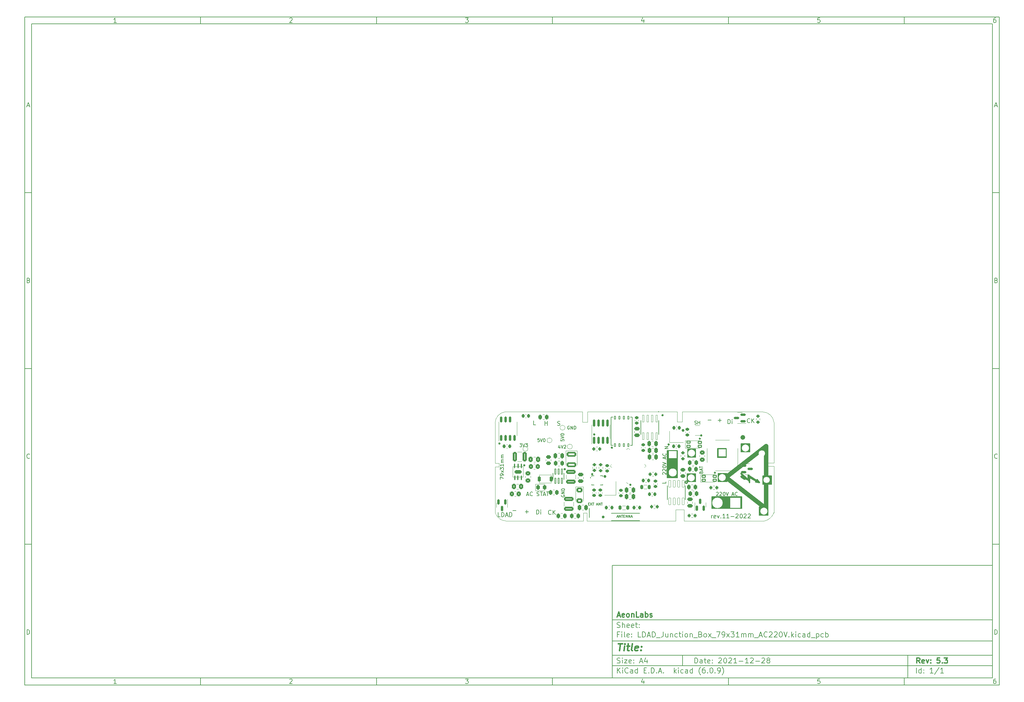
<source format=gbr>
G04 #@! TF.GenerationSoftware,KiCad,Pcbnew,(6.0.9)*
G04 #@! TF.CreationDate,2022-11-26T17:41:20+01:00*
G04 #@! TF.ProjectId,LDAD_Junction_Box_79x31mm_AC220V,4c444144-5f4a-4756-9e63-74696f6e5f42,5.3*
G04 #@! TF.SameCoordinates,Original*
G04 #@! TF.FileFunction,Legend,Top*
G04 #@! TF.FilePolarity,Positive*
%FSLAX46Y46*%
G04 Gerber Fmt 4.6, Leading zero omitted, Abs format (unit mm)*
G04 Created by KiCad (PCBNEW (6.0.9)) date 2022-11-26 17:41:20*
%MOMM*%
%LPD*%
G01*
G04 APERTURE LIST*
G04 Aperture macros list*
%AMRoundRect*
0 Rectangle with rounded corners*
0 $1 Rounding radius*
0 $2 $3 $4 $5 $6 $7 $8 $9 X,Y pos of 4 corners*
0 Add a 4 corners polygon primitive as box body*
4,1,4,$2,$3,$4,$5,$6,$7,$8,$9,$2,$3,0*
0 Add four circle primitives for the rounded corners*
1,1,$1+$1,$2,$3*
1,1,$1+$1,$4,$5*
1,1,$1+$1,$6,$7*
1,1,$1+$1,$8,$9*
0 Add four rect primitives between the rounded corners*
20,1,$1+$1,$2,$3,$4,$5,0*
20,1,$1+$1,$4,$5,$6,$7,0*
20,1,$1+$1,$6,$7,$8,$9,0*
20,1,$1+$1,$8,$9,$2,$3,0*%
%AMRotRect*
0 Rectangle, with rotation*
0 The origin of the aperture is its center*
0 $1 length*
0 $2 width*
0 $3 Rotation angle, in degrees counterclockwise*
0 Add horizontal line*
21,1,$1,$2,0,0,$3*%
%AMFreePoly0*
4,1,6,0.500000,-0.850000,-0.500000,-0.850000,-0.500000,0.550000,-0.200000,0.850000,0.500000,0.850000,0.500000,-0.850000,0.500000,-0.850000,$1*%
G04 Aperture macros list end*
%ADD10C,0.100000*%
%ADD11C,0.150000*%
%ADD12C,0.300000*%
%ADD13C,0.400000*%
%ADD14C,0.280000*%
%ADD15C,0.350000*%
%ADD16C,0.700000*%
%ADD17C,0.200000*%
%ADD18C,0.120000*%
%ADD19C,0.127000*%
%ADD20C,0.381000*%
G04 #@! TA.AperFunction,Profile*
%ADD21C,0.120000*%
G04 #@! TD*
%ADD22C,1.270000*%
%ADD23RoundRect,0.225000X-0.225000X-0.250000X0.225000X-0.250000X0.225000X0.250000X-0.225000X0.250000X0*%
%ADD24RoundRect,0.250000X-0.262500X-0.450000X0.262500X-0.450000X0.262500X0.450000X-0.262500X0.450000X0*%
%ADD25RoundRect,0.250000X0.250000X0.475000X-0.250000X0.475000X-0.250000X-0.475000X0.250000X-0.475000X0*%
%ADD26RoundRect,0.225000X0.250000X-0.225000X0.250000X0.225000X-0.250000X0.225000X-0.250000X-0.225000X0*%
%ADD27C,1.000000*%
%ADD28RoundRect,0.225000X-0.250000X0.225000X-0.250000X-0.225000X0.250000X-0.225000X0.250000X0.225000X0*%
%ADD29RoundRect,0.250000X0.475000X-0.250000X0.475000X0.250000X-0.475000X0.250000X-0.475000X-0.250000X0*%
%ADD30R,1.000000X1.300000*%
%ADD31RoundRect,0.042000X-0.258000X0.943000X-0.258000X-0.943000X0.258000X-0.943000X0.258000X0.943000X0*%
%ADD32R,3.302000X2.413000*%
%ADD33RoundRect,0.250000X-0.337500X-0.475000X0.337500X-0.475000X0.337500X0.475000X-0.337500X0.475000X0*%
%ADD34RoundRect,0.250000X-0.450000X0.350000X-0.450000X-0.350000X0.450000X-0.350000X0.450000X0.350000X0*%
%ADD35RoundRect,0.150000X0.150000X-0.825000X0.150000X0.825000X-0.150000X0.825000X-0.150000X-0.825000X0*%
%ADD36R,0.550000X0.250000*%
%ADD37R,0.001000X0.001000*%
%ADD38FreePoly0,180.000000*%
%ADD39RoundRect,0.150000X0.587500X0.150000X-0.587500X0.150000X-0.587500X-0.150000X0.587500X-0.150000X0*%
%ADD40RoundRect,0.124800X-0.475200X-0.275200X0.475200X-0.275200X0.475200X0.275200X-0.475200X0.275200X0*%
%ADD41RoundRect,0.200000X-0.275000X0.200000X-0.275000X-0.200000X0.275000X-0.200000X0.275000X0.200000X0*%
%ADD42RoundRect,0.041300X-0.253700X0.948700X-0.253700X-0.948700X0.253700X-0.948700X0.253700X0.948700X0*%
%ADD43RoundRect,0.200000X0.200000X0.275000X-0.200000X0.275000X-0.200000X-0.275000X0.200000X-0.275000X0*%
%ADD44RoundRect,0.250000X-0.450000X0.262500X-0.450000X-0.262500X0.450000X-0.262500X0.450000X0.262500X0*%
%ADD45R,0.400000X25.500000*%
%ADD46RoundRect,0.243750X-0.243750X-0.456250X0.243750X-0.456250X0.243750X0.456250X-0.243750X0.456250X0*%
%ADD47RoundRect,0.250000X1.075000X-0.375000X1.075000X0.375000X-1.075000X0.375000X-1.075000X-0.375000X0*%
%ADD48R,2.250000X1.100000*%
%ADD49R,1.100000X1.050000*%
%ADD50RoundRect,0.250000X-0.475000X0.250000X-0.475000X-0.250000X0.475000X-0.250000X0.475000X0.250000X0*%
%ADD51RoundRect,0.150000X0.150000X-0.675000X0.150000X0.675000X-0.150000X0.675000X-0.150000X-0.675000X0*%
%ADD52RoundRect,0.000250X0.000250X-0.000250X0.000250X0.000250X-0.000250X0.000250X-0.000250X-0.000250X0*%
%ADD53RoundRect,0.250000X0.262500X0.450000X-0.262500X0.450000X-0.262500X-0.450000X0.262500X-0.450000X0*%
%ADD54RoundRect,0.218750X0.218750X0.381250X-0.218750X0.381250X-0.218750X-0.381250X0.218750X-0.381250X0*%
%ADD55RoundRect,0.200000X0.275000X-0.200000X0.275000X0.200000X-0.275000X0.200000X-0.275000X-0.200000X0*%
%ADD56RoundRect,0.225000X0.225000X0.250000X-0.225000X0.250000X-0.225000X-0.250000X0.225000X-0.250000X0*%
%ADD57RoundRect,0.088500X-0.206500X0.746500X-0.206500X-0.746500X0.206500X-0.746500X0.206500X0.746500X0*%
%ADD58RoundRect,0.088500X0.206500X-0.746500X0.206500X0.746500X-0.206500X0.746500X-0.206500X-0.746500X0*%
%ADD59RoundRect,0.250000X-0.250000X-0.475000X0.250000X-0.475000X0.250000X0.475000X-0.250000X0.475000X0*%
%ADD60RoundRect,0.150000X0.150000X-0.587500X0.150000X0.587500X-0.150000X0.587500X-0.150000X-0.587500X0*%
%ADD61R,0.400000X25.400000*%
%ADD62RoundRect,0.250001X-1.074999X0.462499X-1.074999X-0.462499X1.074999X-0.462499X1.074999X0.462499X0*%
%ADD63R,5.000000X0.400000*%
%ADD64R,1.400000X2.100000*%
%ADD65RoundRect,0.250000X0.350000X0.450000X-0.350000X0.450000X-0.350000X-0.450000X0.350000X-0.450000X0*%
%ADD66RoundRect,0.150000X-0.150000X0.587500X-0.150000X-0.587500X0.150000X-0.587500X0.150000X0.587500X0*%
%ADD67RoundRect,0.150000X-0.587500X-0.150000X0.587500X-0.150000X0.587500X0.150000X-0.587500X0.150000X0*%
%ADD68RoundRect,0.200000X-0.200000X-0.275000X0.200000X-0.275000X0.200000X0.275000X-0.200000X0.275000X0*%
%ADD69RoundRect,0.066000X0.154000X-0.404000X0.154000X0.404000X-0.154000X0.404000X-0.154000X-0.404000X0*%
%ADD70RoundRect,0.250000X0.450000X-0.350000X0.450000X0.350000X-0.450000X0.350000X-0.450000X-0.350000X0*%
%ADD71RoundRect,0.200000X-0.200000X-0.600000X0.200000X-0.600000X0.200000X0.600000X-0.200000X0.600000X0*%
%ADD72RoundRect,0.250001X-0.624999X0.462499X-0.624999X-0.462499X0.624999X-0.462499X0.624999X0.462499X0*%
%ADD73R,2.195000X2.195000*%
%ADD74RoundRect,0.050000X0.309359X-0.238649X-0.238649X0.309359X-0.309359X0.238649X0.238649X-0.309359X0*%
%ADD75RoundRect,0.050000X0.309359X0.238649X0.238649X0.309359X-0.309359X-0.238649X-0.238649X-0.309359X0*%
%ADD76RotRect,5.600000X5.600000X135.000000*%
%ADD77R,13.000000X0.400000*%
%ADD78R,20.500000X0.400000*%
%ADD79RoundRect,0.100000X-0.100000X-0.550000X0.100000X-0.550000X0.100000X0.550000X-0.100000X0.550000X0*%
%ADD80RoundRect,0.262500X0.737500X0.262500X-0.737500X0.262500X-0.737500X-0.262500X0.737500X-0.262500X0*%
%ADD81RoundRect,0.100000X0.100000X0.550000X-0.100000X0.550000X-0.100000X-0.550000X0.100000X-0.550000X0*%
%ADD82R,0.580000X0.350000*%
%ADD83R,0.350000X0.580000*%
%ADD84RoundRect,0.218750X-0.218750X-0.381250X0.218750X-0.381250X0.218750X0.381250X-0.218750X0.381250X0*%
%ADD85RoundRect,0.250000X0.375000X1.075000X-0.375000X1.075000X-0.375000X-1.075000X0.375000X-1.075000X0*%
%ADD86R,1.300000X1.000000*%
%ADD87R,2.300000X2.000000*%
%ADD88C,2.300000*%
%ADD89R,0.500000X0.500000*%
%ADD90C,2.010000*%
%ADD91R,1.000000X1.000000*%
%ADD92O,1.000000X1.000000*%
%ADD93R,2.600000X2.600000*%
%ADD94C,2.600000*%
%ADD95R,2.000000X2.000000*%
%ADD96C,2.000000*%
%ADD97C,0.700000*%
%ADD98O,0.800000X1.500000*%
%ADD99C,1.800000*%
%ADD100C,0.400000*%
%ADD101R,3.000000X3.000000*%
%ADD102C,3.000000*%
G04 APERTURE END LIST*
D10*
D11*
X177002200Y-166007200D02*
X177002200Y-198007200D01*
X285002200Y-198007200D01*
X285002200Y-166007200D01*
X177002200Y-166007200D01*
D10*
D11*
X10000000Y-10000000D02*
X10000000Y-200007200D01*
X287002200Y-200007200D01*
X287002200Y-10000000D01*
X10000000Y-10000000D01*
D10*
D11*
X12000000Y-12000000D02*
X12000000Y-198007200D01*
X285002200Y-198007200D01*
X285002200Y-12000000D01*
X12000000Y-12000000D01*
D10*
D11*
X60000000Y-12000000D02*
X60000000Y-10000000D01*
D10*
D11*
X110000000Y-12000000D02*
X110000000Y-10000000D01*
D10*
D11*
X160000000Y-12000000D02*
X160000000Y-10000000D01*
D10*
D11*
X210000000Y-12000000D02*
X210000000Y-10000000D01*
D10*
D11*
X260000000Y-12000000D02*
X260000000Y-10000000D01*
D10*
D11*
X36065476Y-11588095D02*
X35322619Y-11588095D01*
X35694047Y-11588095D02*
X35694047Y-10288095D01*
X35570238Y-10473809D01*
X35446428Y-10597619D01*
X35322619Y-10659523D01*
D10*
D11*
X85322619Y-10411904D02*
X85384523Y-10350000D01*
X85508333Y-10288095D01*
X85817857Y-10288095D01*
X85941666Y-10350000D01*
X86003571Y-10411904D01*
X86065476Y-10535714D01*
X86065476Y-10659523D01*
X86003571Y-10845238D01*
X85260714Y-11588095D01*
X86065476Y-11588095D01*
D10*
D11*
X135260714Y-10288095D02*
X136065476Y-10288095D01*
X135632142Y-10783333D01*
X135817857Y-10783333D01*
X135941666Y-10845238D01*
X136003571Y-10907142D01*
X136065476Y-11030952D01*
X136065476Y-11340476D01*
X136003571Y-11464285D01*
X135941666Y-11526190D01*
X135817857Y-11588095D01*
X135446428Y-11588095D01*
X135322619Y-11526190D01*
X135260714Y-11464285D01*
D10*
D11*
X185941666Y-10721428D02*
X185941666Y-11588095D01*
X185632142Y-10226190D02*
X185322619Y-11154761D01*
X186127380Y-11154761D01*
D10*
D11*
X236003571Y-10288095D02*
X235384523Y-10288095D01*
X235322619Y-10907142D01*
X235384523Y-10845238D01*
X235508333Y-10783333D01*
X235817857Y-10783333D01*
X235941666Y-10845238D01*
X236003571Y-10907142D01*
X236065476Y-11030952D01*
X236065476Y-11340476D01*
X236003571Y-11464285D01*
X235941666Y-11526190D01*
X235817857Y-11588095D01*
X235508333Y-11588095D01*
X235384523Y-11526190D01*
X235322619Y-11464285D01*
D10*
D11*
X285941666Y-10288095D02*
X285694047Y-10288095D01*
X285570238Y-10350000D01*
X285508333Y-10411904D01*
X285384523Y-10597619D01*
X285322619Y-10845238D01*
X285322619Y-11340476D01*
X285384523Y-11464285D01*
X285446428Y-11526190D01*
X285570238Y-11588095D01*
X285817857Y-11588095D01*
X285941666Y-11526190D01*
X286003571Y-11464285D01*
X286065476Y-11340476D01*
X286065476Y-11030952D01*
X286003571Y-10907142D01*
X285941666Y-10845238D01*
X285817857Y-10783333D01*
X285570238Y-10783333D01*
X285446428Y-10845238D01*
X285384523Y-10907142D01*
X285322619Y-11030952D01*
D10*
D11*
X60000000Y-198007200D02*
X60000000Y-200007200D01*
D10*
D11*
X110000000Y-198007200D02*
X110000000Y-200007200D01*
D10*
D11*
X160000000Y-198007200D02*
X160000000Y-200007200D01*
D10*
D11*
X210000000Y-198007200D02*
X210000000Y-200007200D01*
D10*
D11*
X260000000Y-198007200D02*
X260000000Y-200007200D01*
D10*
D11*
X36065476Y-199595295D02*
X35322619Y-199595295D01*
X35694047Y-199595295D02*
X35694047Y-198295295D01*
X35570238Y-198481009D01*
X35446428Y-198604819D01*
X35322619Y-198666723D01*
D10*
D11*
X85322619Y-198419104D02*
X85384523Y-198357200D01*
X85508333Y-198295295D01*
X85817857Y-198295295D01*
X85941666Y-198357200D01*
X86003571Y-198419104D01*
X86065476Y-198542914D01*
X86065476Y-198666723D01*
X86003571Y-198852438D01*
X85260714Y-199595295D01*
X86065476Y-199595295D01*
D10*
D11*
X135260714Y-198295295D02*
X136065476Y-198295295D01*
X135632142Y-198790533D01*
X135817857Y-198790533D01*
X135941666Y-198852438D01*
X136003571Y-198914342D01*
X136065476Y-199038152D01*
X136065476Y-199347676D01*
X136003571Y-199471485D01*
X135941666Y-199533390D01*
X135817857Y-199595295D01*
X135446428Y-199595295D01*
X135322619Y-199533390D01*
X135260714Y-199471485D01*
D10*
D11*
X185941666Y-198728628D02*
X185941666Y-199595295D01*
X185632142Y-198233390D02*
X185322619Y-199161961D01*
X186127380Y-199161961D01*
D10*
D11*
X236003571Y-198295295D02*
X235384523Y-198295295D01*
X235322619Y-198914342D01*
X235384523Y-198852438D01*
X235508333Y-198790533D01*
X235817857Y-198790533D01*
X235941666Y-198852438D01*
X236003571Y-198914342D01*
X236065476Y-199038152D01*
X236065476Y-199347676D01*
X236003571Y-199471485D01*
X235941666Y-199533390D01*
X235817857Y-199595295D01*
X235508333Y-199595295D01*
X235384523Y-199533390D01*
X235322619Y-199471485D01*
D10*
D11*
X285941666Y-198295295D02*
X285694047Y-198295295D01*
X285570238Y-198357200D01*
X285508333Y-198419104D01*
X285384523Y-198604819D01*
X285322619Y-198852438D01*
X285322619Y-199347676D01*
X285384523Y-199471485D01*
X285446428Y-199533390D01*
X285570238Y-199595295D01*
X285817857Y-199595295D01*
X285941666Y-199533390D01*
X286003571Y-199471485D01*
X286065476Y-199347676D01*
X286065476Y-199038152D01*
X286003571Y-198914342D01*
X285941666Y-198852438D01*
X285817857Y-198790533D01*
X285570238Y-198790533D01*
X285446428Y-198852438D01*
X285384523Y-198914342D01*
X285322619Y-199038152D01*
D10*
D11*
X10000000Y-60000000D02*
X12000000Y-60000000D01*
D10*
D11*
X10000000Y-110000000D02*
X12000000Y-110000000D01*
D10*
D11*
X10000000Y-160000000D02*
X12000000Y-160000000D01*
D10*
D11*
X10690476Y-35216666D02*
X11309523Y-35216666D01*
X10566666Y-35588095D02*
X11000000Y-34288095D01*
X11433333Y-35588095D01*
D10*
D11*
X11092857Y-84907142D02*
X11278571Y-84969047D01*
X11340476Y-85030952D01*
X11402380Y-85154761D01*
X11402380Y-85340476D01*
X11340476Y-85464285D01*
X11278571Y-85526190D01*
X11154761Y-85588095D01*
X10659523Y-85588095D01*
X10659523Y-84288095D01*
X11092857Y-84288095D01*
X11216666Y-84350000D01*
X11278571Y-84411904D01*
X11340476Y-84535714D01*
X11340476Y-84659523D01*
X11278571Y-84783333D01*
X11216666Y-84845238D01*
X11092857Y-84907142D01*
X10659523Y-84907142D01*
D10*
D11*
X11402380Y-135464285D02*
X11340476Y-135526190D01*
X11154761Y-135588095D01*
X11030952Y-135588095D01*
X10845238Y-135526190D01*
X10721428Y-135402380D01*
X10659523Y-135278571D01*
X10597619Y-135030952D01*
X10597619Y-134845238D01*
X10659523Y-134597619D01*
X10721428Y-134473809D01*
X10845238Y-134350000D01*
X11030952Y-134288095D01*
X11154761Y-134288095D01*
X11340476Y-134350000D01*
X11402380Y-134411904D01*
D10*
D11*
X10659523Y-185588095D02*
X10659523Y-184288095D01*
X10969047Y-184288095D01*
X11154761Y-184350000D01*
X11278571Y-184473809D01*
X11340476Y-184597619D01*
X11402380Y-184845238D01*
X11402380Y-185030952D01*
X11340476Y-185278571D01*
X11278571Y-185402380D01*
X11154761Y-185526190D01*
X10969047Y-185588095D01*
X10659523Y-185588095D01*
D10*
D11*
X287002200Y-60000000D02*
X285002200Y-60000000D01*
D10*
D11*
X287002200Y-110000000D02*
X285002200Y-110000000D01*
D10*
D11*
X287002200Y-160000000D02*
X285002200Y-160000000D01*
D10*
D11*
X285692676Y-35216666D02*
X286311723Y-35216666D01*
X285568866Y-35588095D02*
X286002200Y-34288095D01*
X286435533Y-35588095D01*
D10*
D11*
X286095057Y-84907142D02*
X286280771Y-84969047D01*
X286342676Y-85030952D01*
X286404580Y-85154761D01*
X286404580Y-85340476D01*
X286342676Y-85464285D01*
X286280771Y-85526190D01*
X286156961Y-85588095D01*
X285661723Y-85588095D01*
X285661723Y-84288095D01*
X286095057Y-84288095D01*
X286218866Y-84350000D01*
X286280771Y-84411904D01*
X286342676Y-84535714D01*
X286342676Y-84659523D01*
X286280771Y-84783333D01*
X286218866Y-84845238D01*
X286095057Y-84907142D01*
X285661723Y-84907142D01*
D10*
D11*
X286404580Y-135464285D02*
X286342676Y-135526190D01*
X286156961Y-135588095D01*
X286033152Y-135588095D01*
X285847438Y-135526190D01*
X285723628Y-135402380D01*
X285661723Y-135278571D01*
X285599819Y-135030952D01*
X285599819Y-134845238D01*
X285661723Y-134597619D01*
X285723628Y-134473809D01*
X285847438Y-134350000D01*
X286033152Y-134288095D01*
X286156961Y-134288095D01*
X286342676Y-134350000D01*
X286404580Y-134411904D01*
D10*
D11*
X285661723Y-185588095D02*
X285661723Y-184288095D01*
X285971247Y-184288095D01*
X286156961Y-184350000D01*
X286280771Y-184473809D01*
X286342676Y-184597619D01*
X286404580Y-184845238D01*
X286404580Y-185030952D01*
X286342676Y-185278571D01*
X286280771Y-185402380D01*
X286156961Y-185526190D01*
X285971247Y-185588095D01*
X285661723Y-185588095D01*
D10*
D11*
X200434342Y-193785771D02*
X200434342Y-192285771D01*
X200791485Y-192285771D01*
X201005771Y-192357200D01*
X201148628Y-192500057D01*
X201220057Y-192642914D01*
X201291485Y-192928628D01*
X201291485Y-193142914D01*
X201220057Y-193428628D01*
X201148628Y-193571485D01*
X201005771Y-193714342D01*
X200791485Y-193785771D01*
X200434342Y-193785771D01*
X202577200Y-193785771D02*
X202577200Y-193000057D01*
X202505771Y-192857200D01*
X202362914Y-192785771D01*
X202077200Y-192785771D01*
X201934342Y-192857200D01*
X202577200Y-193714342D02*
X202434342Y-193785771D01*
X202077200Y-193785771D01*
X201934342Y-193714342D01*
X201862914Y-193571485D01*
X201862914Y-193428628D01*
X201934342Y-193285771D01*
X202077200Y-193214342D01*
X202434342Y-193214342D01*
X202577200Y-193142914D01*
X203077200Y-192785771D02*
X203648628Y-192785771D01*
X203291485Y-192285771D02*
X203291485Y-193571485D01*
X203362914Y-193714342D01*
X203505771Y-193785771D01*
X203648628Y-193785771D01*
X204720057Y-193714342D02*
X204577200Y-193785771D01*
X204291485Y-193785771D01*
X204148628Y-193714342D01*
X204077200Y-193571485D01*
X204077200Y-193000057D01*
X204148628Y-192857200D01*
X204291485Y-192785771D01*
X204577200Y-192785771D01*
X204720057Y-192857200D01*
X204791485Y-193000057D01*
X204791485Y-193142914D01*
X204077200Y-193285771D01*
X205434342Y-193642914D02*
X205505771Y-193714342D01*
X205434342Y-193785771D01*
X205362914Y-193714342D01*
X205434342Y-193642914D01*
X205434342Y-193785771D01*
X205434342Y-192857200D02*
X205505771Y-192928628D01*
X205434342Y-193000057D01*
X205362914Y-192928628D01*
X205434342Y-192857200D01*
X205434342Y-193000057D01*
X207220057Y-192428628D02*
X207291485Y-192357200D01*
X207434342Y-192285771D01*
X207791485Y-192285771D01*
X207934342Y-192357200D01*
X208005771Y-192428628D01*
X208077200Y-192571485D01*
X208077200Y-192714342D01*
X208005771Y-192928628D01*
X207148628Y-193785771D01*
X208077200Y-193785771D01*
X209005771Y-192285771D02*
X209148628Y-192285771D01*
X209291485Y-192357200D01*
X209362914Y-192428628D01*
X209434342Y-192571485D01*
X209505771Y-192857200D01*
X209505771Y-193214342D01*
X209434342Y-193500057D01*
X209362914Y-193642914D01*
X209291485Y-193714342D01*
X209148628Y-193785771D01*
X209005771Y-193785771D01*
X208862914Y-193714342D01*
X208791485Y-193642914D01*
X208720057Y-193500057D01*
X208648628Y-193214342D01*
X208648628Y-192857200D01*
X208720057Y-192571485D01*
X208791485Y-192428628D01*
X208862914Y-192357200D01*
X209005771Y-192285771D01*
X210077200Y-192428628D02*
X210148628Y-192357200D01*
X210291485Y-192285771D01*
X210648628Y-192285771D01*
X210791485Y-192357200D01*
X210862914Y-192428628D01*
X210934342Y-192571485D01*
X210934342Y-192714342D01*
X210862914Y-192928628D01*
X210005771Y-193785771D01*
X210934342Y-193785771D01*
X212362914Y-193785771D02*
X211505771Y-193785771D01*
X211934342Y-193785771D02*
X211934342Y-192285771D01*
X211791485Y-192500057D01*
X211648628Y-192642914D01*
X211505771Y-192714342D01*
X213005771Y-193214342D02*
X214148628Y-193214342D01*
X215648628Y-193785771D02*
X214791485Y-193785771D01*
X215220057Y-193785771D02*
X215220057Y-192285771D01*
X215077200Y-192500057D01*
X214934342Y-192642914D01*
X214791485Y-192714342D01*
X216220057Y-192428628D02*
X216291485Y-192357200D01*
X216434342Y-192285771D01*
X216791485Y-192285771D01*
X216934342Y-192357200D01*
X217005771Y-192428628D01*
X217077200Y-192571485D01*
X217077200Y-192714342D01*
X217005771Y-192928628D01*
X216148628Y-193785771D01*
X217077200Y-193785771D01*
X217720057Y-193214342D02*
X218862914Y-193214342D01*
X219505771Y-192428628D02*
X219577200Y-192357200D01*
X219720057Y-192285771D01*
X220077200Y-192285771D01*
X220220057Y-192357200D01*
X220291485Y-192428628D01*
X220362914Y-192571485D01*
X220362914Y-192714342D01*
X220291485Y-192928628D01*
X219434342Y-193785771D01*
X220362914Y-193785771D01*
X221220057Y-192928628D02*
X221077200Y-192857200D01*
X221005771Y-192785771D01*
X220934342Y-192642914D01*
X220934342Y-192571485D01*
X221005771Y-192428628D01*
X221077200Y-192357200D01*
X221220057Y-192285771D01*
X221505771Y-192285771D01*
X221648628Y-192357200D01*
X221720057Y-192428628D01*
X221791485Y-192571485D01*
X221791485Y-192642914D01*
X221720057Y-192785771D01*
X221648628Y-192857200D01*
X221505771Y-192928628D01*
X221220057Y-192928628D01*
X221077200Y-193000057D01*
X221005771Y-193071485D01*
X220934342Y-193214342D01*
X220934342Y-193500057D01*
X221005771Y-193642914D01*
X221077200Y-193714342D01*
X221220057Y-193785771D01*
X221505771Y-193785771D01*
X221648628Y-193714342D01*
X221720057Y-193642914D01*
X221791485Y-193500057D01*
X221791485Y-193214342D01*
X221720057Y-193071485D01*
X221648628Y-193000057D01*
X221505771Y-192928628D01*
D10*
D11*
X177002200Y-194507200D02*
X285002200Y-194507200D01*
D10*
D11*
X178434342Y-196585771D02*
X178434342Y-195085771D01*
X179291485Y-196585771D02*
X178648628Y-195728628D01*
X179291485Y-195085771D02*
X178434342Y-195942914D01*
X179934342Y-196585771D02*
X179934342Y-195585771D01*
X179934342Y-195085771D02*
X179862914Y-195157200D01*
X179934342Y-195228628D01*
X180005771Y-195157200D01*
X179934342Y-195085771D01*
X179934342Y-195228628D01*
X181505771Y-196442914D02*
X181434342Y-196514342D01*
X181220057Y-196585771D01*
X181077200Y-196585771D01*
X180862914Y-196514342D01*
X180720057Y-196371485D01*
X180648628Y-196228628D01*
X180577200Y-195942914D01*
X180577200Y-195728628D01*
X180648628Y-195442914D01*
X180720057Y-195300057D01*
X180862914Y-195157200D01*
X181077200Y-195085771D01*
X181220057Y-195085771D01*
X181434342Y-195157200D01*
X181505771Y-195228628D01*
X182791485Y-196585771D02*
X182791485Y-195800057D01*
X182720057Y-195657200D01*
X182577200Y-195585771D01*
X182291485Y-195585771D01*
X182148628Y-195657200D01*
X182791485Y-196514342D02*
X182648628Y-196585771D01*
X182291485Y-196585771D01*
X182148628Y-196514342D01*
X182077200Y-196371485D01*
X182077200Y-196228628D01*
X182148628Y-196085771D01*
X182291485Y-196014342D01*
X182648628Y-196014342D01*
X182791485Y-195942914D01*
X184148628Y-196585771D02*
X184148628Y-195085771D01*
X184148628Y-196514342D02*
X184005771Y-196585771D01*
X183720057Y-196585771D01*
X183577200Y-196514342D01*
X183505771Y-196442914D01*
X183434342Y-196300057D01*
X183434342Y-195871485D01*
X183505771Y-195728628D01*
X183577200Y-195657200D01*
X183720057Y-195585771D01*
X184005771Y-195585771D01*
X184148628Y-195657200D01*
X186005771Y-195800057D02*
X186505771Y-195800057D01*
X186720057Y-196585771D02*
X186005771Y-196585771D01*
X186005771Y-195085771D01*
X186720057Y-195085771D01*
X187362914Y-196442914D02*
X187434342Y-196514342D01*
X187362914Y-196585771D01*
X187291485Y-196514342D01*
X187362914Y-196442914D01*
X187362914Y-196585771D01*
X188077200Y-196585771D02*
X188077200Y-195085771D01*
X188434342Y-195085771D01*
X188648628Y-195157200D01*
X188791485Y-195300057D01*
X188862914Y-195442914D01*
X188934342Y-195728628D01*
X188934342Y-195942914D01*
X188862914Y-196228628D01*
X188791485Y-196371485D01*
X188648628Y-196514342D01*
X188434342Y-196585771D01*
X188077200Y-196585771D01*
X189577200Y-196442914D02*
X189648628Y-196514342D01*
X189577200Y-196585771D01*
X189505771Y-196514342D01*
X189577200Y-196442914D01*
X189577200Y-196585771D01*
X190220057Y-196157200D02*
X190934342Y-196157200D01*
X190077200Y-196585771D02*
X190577200Y-195085771D01*
X191077200Y-196585771D01*
X191577200Y-196442914D02*
X191648628Y-196514342D01*
X191577200Y-196585771D01*
X191505771Y-196514342D01*
X191577200Y-196442914D01*
X191577200Y-196585771D01*
X194577200Y-196585771D02*
X194577200Y-195085771D01*
X194720057Y-196014342D02*
X195148628Y-196585771D01*
X195148628Y-195585771D02*
X194577200Y-196157200D01*
X195791485Y-196585771D02*
X195791485Y-195585771D01*
X195791485Y-195085771D02*
X195720057Y-195157200D01*
X195791485Y-195228628D01*
X195862914Y-195157200D01*
X195791485Y-195085771D01*
X195791485Y-195228628D01*
X197148628Y-196514342D02*
X197005771Y-196585771D01*
X196720057Y-196585771D01*
X196577200Y-196514342D01*
X196505771Y-196442914D01*
X196434342Y-196300057D01*
X196434342Y-195871485D01*
X196505771Y-195728628D01*
X196577200Y-195657200D01*
X196720057Y-195585771D01*
X197005771Y-195585771D01*
X197148628Y-195657200D01*
X198434342Y-196585771D02*
X198434342Y-195800057D01*
X198362914Y-195657200D01*
X198220057Y-195585771D01*
X197934342Y-195585771D01*
X197791485Y-195657200D01*
X198434342Y-196514342D02*
X198291485Y-196585771D01*
X197934342Y-196585771D01*
X197791485Y-196514342D01*
X197720057Y-196371485D01*
X197720057Y-196228628D01*
X197791485Y-196085771D01*
X197934342Y-196014342D01*
X198291485Y-196014342D01*
X198434342Y-195942914D01*
X199791485Y-196585771D02*
X199791485Y-195085771D01*
X199791485Y-196514342D02*
X199648628Y-196585771D01*
X199362914Y-196585771D01*
X199220057Y-196514342D01*
X199148628Y-196442914D01*
X199077200Y-196300057D01*
X199077200Y-195871485D01*
X199148628Y-195728628D01*
X199220057Y-195657200D01*
X199362914Y-195585771D01*
X199648628Y-195585771D01*
X199791485Y-195657200D01*
X202077200Y-197157200D02*
X202005771Y-197085771D01*
X201862914Y-196871485D01*
X201791485Y-196728628D01*
X201720057Y-196514342D01*
X201648628Y-196157200D01*
X201648628Y-195871485D01*
X201720057Y-195514342D01*
X201791485Y-195300057D01*
X201862914Y-195157200D01*
X202005771Y-194942914D01*
X202077200Y-194871485D01*
X203291485Y-195085771D02*
X203005771Y-195085771D01*
X202862914Y-195157200D01*
X202791485Y-195228628D01*
X202648628Y-195442914D01*
X202577200Y-195728628D01*
X202577200Y-196300057D01*
X202648628Y-196442914D01*
X202720057Y-196514342D01*
X202862914Y-196585771D01*
X203148628Y-196585771D01*
X203291485Y-196514342D01*
X203362914Y-196442914D01*
X203434342Y-196300057D01*
X203434342Y-195942914D01*
X203362914Y-195800057D01*
X203291485Y-195728628D01*
X203148628Y-195657200D01*
X202862914Y-195657200D01*
X202720057Y-195728628D01*
X202648628Y-195800057D01*
X202577200Y-195942914D01*
X204077200Y-196442914D02*
X204148628Y-196514342D01*
X204077200Y-196585771D01*
X204005771Y-196514342D01*
X204077200Y-196442914D01*
X204077200Y-196585771D01*
X205077200Y-195085771D02*
X205220057Y-195085771D01*
X205362914Y-195157200D01*
X205434342Y-195228628D01*
X205505771Y-195371485D01*
X205577200Y-195657200D01*
X205577200Y-196014342D01*
X205505771Y-196300057D01*
X205434342Y-196442914D01*
X205362914Y-196514342D01*
X205220057Y-196585771D01*
X205077200Y-196585771D01*
X204934342Y-196514342D01*
X204862914Y-196442914D01*
X204791485Y-196300057D01*
X204720057Y-196014342D01*
X204720057Y-195657200D01*
X204791485Y-195371485D01*
X204862914Y-195228628D01*
X204934342Y-195157200D01*
X205077200Y-195085771D01*
X206220057Y-196442914D02*
X206291485Y-196514342D01*
X206220057Y-196585771D01*
X206148628Y-196514342D01*
X206220057Y-196442914D01*
X206220057Y-196585771D01*
X207005771Y-196585771D02*
X207291485Y-196585771D01*
X207434342Y-196514342D01*
X207505771Y-196442914D01*
X207648628Y-196228628D01*
X207720057Y-195942914D01*
X207720057Y-195371485D01*
X207648628Y-195228628D01*
X207577200Y-195157200D01*
X207434342Y-195085771D01*
X207148628Y-195085771D01*
X207005771Y-195157200D01*
X206934342Y-195228628D01*
X206862914Y-195371485D01*
X206862914Y-195728628D01*
X206934342Y-195871485D01*
X207005771Y-195942914D01*
X207148628Y-196014342D01*
X207434342Y-196014342D01*
X207577200Y-195942914D01*
X207648628Y-195871485D01*
X207720057Y-195728628D01*
X208220057Y-197157200D02*
X208291485Y-197085771D01*
X208434342Y-196871485D01*
X208505771Y-196728628D01*
X208577200Y-196514342D01*
X208648628Y-196157200D01*
X208648628Y-195871485D01*
X208577200Y-195514342D01*
X208505771Y-195300057D01*
X208434342Y-195157200D01*
X208291485Y-194942914D01*
X208220057Y-194871485D01*
D10*
D11*
X177002200Y-191507200D02*
X285002200Y-191507200D01*
D10*
D12*
X264411485Y-193785771D02*
X263911485Y-193071485D01*
X263554342Y-193785771D02*
X263554342Y-192285771D01*
X264125771Y-192285771D01*
X264268628Y-192357200D01*
X264340057Y-192428628D01*
X264411485Y-192571485D01*
X264411485Y-192785771D01*
X264340057Y-192928628D01*
X264268628Y-193000057D01*
X264125771Y-193071485D01*
X263554342Y-193071485D01*
X265625771Y-193714342D02*
X265482914Y-193785771D01*
X265197200Y-193785771D01*
X265054342Y-193714342D01*
X264982914Y-193571485D01*
X264982914Y-193000057D01*
X265054342Y-192857200D01*
X265197200Y-192785771D01*
X265482914Y-192785771D01*
X265625771Y-192857200D01*
X265697200Y-193000057D01*
X265697200Y-193142914D01*
X264982914Y-193285771D01*
X266197200Y-192785771D02*
X266554342Y-193785771D01*
X266911485Y-192785771D01*
X267482914Y-193642914D02*
X267554342Y-193714342D01*
X267482914Y-193785771D01*
X267411485Y-193714342D01*
X267482914Y-193642914D01*
X267482914Y-193785771D01*
X267482914Y-192857200D02*
X267554342Y-192928628D01*
X267482914Y-193000057D01*
X267411485Y-192928628D01*
X267482914Y-192857200D01*
X267482914Y-193000057D01*
X270054342Y-192285771D02*
X269340057Y-192285771D01*
X269268628Y-193000057D01*
X269340057Y-192928628D01*
X269482914Y-192857200D01*
X269840057Y-192857200D01*
X269982914Y-192928628D01*
X270054342Y-193000057D01*
X270125771Y-193142914D01*
X270125771Y-193500057D01*
X270054342Y-193642914D01*
X269982914Y-193714342D01*
X269840057Y-193785771D01*
X269482914Y-193785771D01*
X269340057Y-193714342D01*
X269268628Y-193642914D01*
X270768628Y-193642914D02*
X270840057Y-193714342D01*
X270768628Y-193785771D01*
X270697200Y-193714342D01*
X270768628Y-193642914D01*
X270768628Y-193785771D01*
X271340057Y-192285771D02*
X272268628Y-192285771D01*
X271768628Y-192857200D01*
X271982914Y-192857200D01*
X272125771Y-192928628D01*
X272197200Y-193000057D01*
X272268628Y-193142914D01*
X272268628Y-193500057D01*
X272197200Y-193642914D01*
X272125771Y-193714342D01*
X271982914Y-193785771D01*
X271554342Y-193785771D01*
X271411485Y-193714342D01*
X271340057Y-193642914D01*
D10*
D11*
X178362914Y-193714342D02*
X178577200Y-193785771D01*
X178934342Y-193785771D01*
X179077200Y-193714342D01*
X179148628Y-193642914D01*
X179220057Y-193500057D01*
X179220057Y-193357200D01*
X179148628Y-193214342D01*
X179077200Y-193142914D01*
X178934342Y-193071485D01*
X178648628Y-193000057D01*
X178505771Y-192928628D01*
X178434342Y-192857200D01*
X178362914Y-192714342D01*
X178362914Y-192571485D01*
X178434342Y-192428628D01*
X178505771Y-192357200D01*
X178648628Y-192285771D01*
X179005771Y-192285771D01*
X179220057Y-192357200D01*
X179862914Y-193785771D02*
X179862914Y-192785771D01*
X179862914Y-192285771D02*
X179791485Y-192357200D01*
X179862914Y-192428628D01*
X179934342Y-192357200D01*
X179862914Y-192285771D01*
X179862914Y-192428628D01*
X180434342Y-192785771D02*
X181220057Y-192785771D01*
X180434342Y-193785771D01*
X181220057Y-193785771D01*
X182362914Y-193714342D02*
X182220057Y-193785771D01*
X181934342Y-193785771D01*
X181791485Y-193714342D01*
X181720057Y-193571485D01*
X181720057Y-193000057D01*
X181791485Y-192857200D01*
X181934342Y-192785771D01*
X182220057Y-192785771D01*
X182362914Y-192857200D01*
X182434342Y-193000057D01*
X182434342Y-193142914D01*
X181720057Y-193285771D01*
X183077200Y-193642914D02*
X183148628Y-193714342D01*
X183077200Y-193785771D01*
X183005771Y-193714342D01*
X183077200Y-193642914D01*
X183077200Y-193785771D01*
X183077200Y-192857200D02*
X183148628Y-192928628D01*
X183077200Y-193000057D01*
X183005771Y-192928628D01*
X183077200Y-192857200D01*
X183077200Y-193000057D01*
X184862914Y-193357200D02*
X185577200Y-193357200D01*
X184720057Y-193785771D02*
X185220057Y-192285771D01*
X185720057Y-193785771D01*
X186862914Y-192785771D02*
X186862914Y-193785771D01*
X186505771Y-192214342D02*
X186148628Y-193285771D01*
X187077200Y-193285771D01*
D10*
D11*
X263434342Y-196585771D02*
X263434342Y-195085771D01*
X264791485Y-196585771D02*
X264791485Y-195085771D01*
X264791485Y-196514342D02*
X264648628Y-196585771D01*
X264362914Y-196585771D01*
X264220057Y-196514342D01*
X264148628Y-196442914D01*
X264077200Y-196300057D01*
X264077200Y-195871485D01*
X264148628Y-195728628D01*
X264220057Y-195657200D01*
X264362914Y-195585771D01*
X264648628Y-195585771D01*
X264791485Y-195657200D01*
X265505771Y-196442914D02*
X265577200Y-196514342D01*
X265505771Y-196585771D01*
X265434342Y-196514342D01*
X265505771Y-196442914D01*
X265505771Y-196585771D01*
X265505771Y-195657200D02*
X265577200Y-195728628D01*
X265505771Y-195800057D01*
X265434342Y-195728628D01*
X265505771Y-195657200D01*
X265505771Y-195800057D01*
X268148628Y-196585771D02*
X267291485Y-196585771D01*
X267720057Y-196585771D02*
X267720057Y-195085771D01*
X267577200Y-195300057D01*
X267434342Y-195442914D01*
X267291485Y-195514342D01*
X269862914Y-195014342D02*
X268577200Y-196942914D01*
X271148628Y-196585771D02*
X270291485Y-196585771D01*
X270720057Y-196585771D02*
X270720057Y-195085771D01*
X270577200Y-195300057D01*
X270434342Y-195442914D01*
X270291485Y-195514342D01*
D10*
D11*
X177002200Y-187507200D02*
X285002200Y-187507200D01*
D10*
D13*
X178714580Y-188211961D02*
X179857438Y-188211961D01*
X179036009Y-190211961D02*
X179286009Y-188211961D01*
X180274104Y-190211961D02*
X180440771Y-188878628D01*
X180524104Y-188211961D02*
X180416961Y-188307200D01*
X180500295Y-188402438D01*
X180607438Y-188307200D01*
X180524104Y-188211961D01*
X180500295Y-188402438D01*
X181107438Y-188878628D02*
X181869342Y-188878628D01*
X181476485Y-188211961D02*
X181262200Y-189926247D01*
X181333628Y-190116723D01*
X181512200Y-190211961D01*
X181702676Y-190211961D01*
X182655057Y-190211961D02*
X182476485Y-190116723D01*
X182405057Y-189926247D01*
X182619342Y-188211961D01*
X184190771Y-190116723D02*
X183988390Y-190211961D01*
X183607438Y-190211961D01*
X183428866Y-190116723D01*
X183357438Y-189926247D01*
X183452676Y-189164342D01*
X183571723Y-188973866D01*
X183774104Y-188878628D01*
X184155057Y-188878628D01*
X184333628Y-188973866D01*
X184405057Y-189164342D01*
X184381247Y-189354819D01*
X183405057Y-189545295D01*
X185155057Y-190021485D02*
X185238390Y-190116723D01*
X185131247Y-190211961D01*
X185047914Y-190116723D01*
X185155057Y-190021485D01*
X185131247Y-190211961D01*
X185286009Y-188973866D02*
X185369342Y-189069104D01*
X185262200Y-189164342D01*
X185178866Y-189069104D01*
X185286009Y-188973866D01*
X185262200Y-189164342D01*
D10*
D11*
X178934342Y-185600057D02*
X178434342Y-185600057D01*
X178434342Y-186385771D02*
X178434342Y-184885771D01*
X179148628Y-184885771D01*
X179720057Y-186385771D02*
X179720057Y-185385771D01*
X179720057Y-184885771D02*
X179648628Y-184957200D01*
X179720057Y-185028628D01*
X179791485Y-184957200D01*
X179720057Y-184885771D01*
X179720057Y-185028628D01*
X180648628Y-186385771D02*
X180505771Y-186314342D01*
X180434342Y-186171485D01*
X180434342Y-184885771D01*
X181791485Y-186314342D02*
X181648628Y-186385771D01*
X181362914Y-186385771D01*
X181220057Y-186314342D01*
X181148628Y-186171485D01*
X181148628Y-185600057D01*
X181220057Y-185457200D01*
X181362914Y-185385771D01*
X181648628Y-185385771D01*
X181791485Y-185457200D01*
X181862914Y-185600057D01*
X181862914Y-185742914D01*
X181148628Y-185885771D01*
X182505771Y-186242914D02*
X182577200Y-186314342D01*
X182505771Y-186385771D01*
X182434342Y-186314342D01*
X182505771Y-186242914D01*
X182505771Y-186385771D01*
X182505771Y-185457200D02*
X182577200Y-185528628D01*
X182505771Y-185600057D01*
X182434342Y-185528628D01*
X182505771Y-185457200D01*
X182505771Y-185600057D01*
X185077200Y-186385771D02*
X184362914Y-186385771D01*
X184362914Y-184885771D01*
X185577200Y-186385771D02*
X185577200Y-184885771D01*
X185934342Y-184885771D01*
X186148628Y-184957200D01*
X186291485Y-185100057D01*
X186362914Y-185242914D01*
X186434342Y-185528628D01*
X186434342Y-185742914D01*
X186362914Y-186028628D01*
X186291485Y-186171485D01*
X186148628Y-186314342D01*
X185934342Y-186385771D01*
X185577200Y-186385771D01*
X187005771Y-185957200D02*
X187720057Y-185957200D01*
X186862914Y-186385771D02*
X187362914Y-184885771D01*
X187862914Y-186385771D01*
X188362914Y-186385771D02*
X188362914Y-184885771D01*
X188720057Y-184885771D01*
X188934342Y-184957200D01*
X189077200Y-185100057D01*
X189148628Y-185242914D01*
X189220057Y-185528628D01*
X189220057Y-185742914D01*
X189148628Y-186028628D01*
X189077200Y-186171485D01*
X188934342Y-186314342D01*
X188720057Y-186385771D01*
X188362914Y-186385771D01*
X189505771Y-186528628D02*
X190648628Y-186528628D01*
X191434342Y-184885771D02*
X191434342Y-185957200D01*
X191362914Y-186171485D01*
X191220057Y-186314342D01*
X191005771Y-186385771D01*
X190862914Y-186385771D01*
X192791485Y-185385771D02*
X192791485Y-186385771D01*
X192148628Y-185385771D02*
X192148628Y-186171485D01*
X192220057Y-186314342D01*
X192362914Y-186385771D01*
X192577200Y-186385771D01*
X192720057Y-186314342D01*
X192791485Y-186242914D01*
X193505771Y-185385771D02*
X193505771Y-186385771D01*
X193505771Y-185528628D02*
X193577200Y-185457200D01*
X193720057Y-185385771D01*
X193934342Y-185385771D01*
X194077200Y-185457200D01*
X194148628Y-185600057D01*
X194148628Y-186385771D01*
X195505771Y-186314342D02*
X195362914Y-186385771D01*
X195077200Y-186385771D01*
X194934342Y-186314342D01*
X194862914Y-186242914D01*
X194791485Y-186100057D01*
X194791485Y-185671485D01*
X194862914Y-185528628D01*
X194934342Y-185457200D01*
X195077200Y-185385771D01*
X195362914Y-185385771D01*
X195505771Y-185457200D01*
X195934342Y-185385771D02*
X196505771Y-185385771D01*
X196148628Y-184885771D02*
X196148628Y-186171485D01*
X196220057Y-186314342D01*
X196362914Y-186385771D01*
X196505771Y-186385771D01*
X197005771Y-186385771D02*
X197005771Y-185385771D01*
X197005771Y-184885771D02*
X196934342Y-184957200D01*
X197005771Y-185028628D01*
X197077200Y-184957200D01*
X197005771Y-184885771D01*
X197005771Y-185028628D01*
X197934342Y-186385771D02*
X197791485Y-186314342D01*
X197720057Y-186242914D01*
X197648628Y-186100057D01*
X197648628Y-185671485D01*
X197720057Y-185528628D01*
X197791485Y-185457200D01*
X197934342Y-185385771D01*
X198148628Y-185385771D01*
X198291485Y-185457200D01*
X198362914Y-185528628D01*
X198434342Y-185671485D01*
X198434342Y-186100057D01*
X198362914Y-186242914D01*
X198291485Y-186314342D01*
X198148628Y-186385771D01*
X197934342Y-186385771D01*
X199077200Y-185385771D02*
X199077200Y-186385771D01*
X199077200Y-185528628D02*
X199148628Y-185457200D01*
X199291485Y-185385771D01*
X199505771Y-185385771D01*
X199648628Y-185457200D01*
X199720057Y-185600057D01*
X199720057Y-186385771D01*
X200077200Y-186528628D02*
X201220057Y-186528628D01*
X202077200Y-185600057D02*
X202291485Y-185671485D01*
X202362914Y-185742914D01*
X202434342Y-185885771D01*
X202434342Y-186100057D01*
X202362914Y-186242914D01*
X202291485Y-186314342D01*
X202148628Y-186385771D01*
X201577200Y-186385771D01*
X201577200Y-184885771D01*
X202077200Y-184885771D01*
X202220057Y-184957200D01*
X202291485Y-185028628D01*
X202362914Y-185171485D01*
X202362914Y-185314342D01*
X202291485Y-185457200D01*
X202220057Y-185528628D01*
X202077200Y-185600057D01*
X201577200Y-185600057D01*
X203291485Y-186385771D02*
X203148628Y-186314342D01*
X203077200Y-186242914D01*
X203005771Y-186100057D01*
X203005771Y-185671485D01*
X203077200Y-185528628D01*
X203148628Y-185457200D01*
X203291485Y-185385771D01*
X203505771Y-185385771D01*
X203648628Y-185457200D01*
X203720057Y-185528628D01*
X203791485Y-185671485D01*
X203791485Y-186100057D01*
X203720057Y-186242914D01*
X203648628Y-186314342D01*
X203505771Y-186385771D01*
X203291485Y-186385771D01*
X204291485Y-186385771D02*
X205077200Y-185385771D01*
X204291485Y-185385771D02*
X205077200Y-186385771D01*
X205291485Y-186528628D02*
X206434342Y-186528628D01*
X206648628Y-184885771D02*
X207648628Y-184885771D01*
X207005771Y-186385771D01*
X208291485Y-186385771D02*
X208577200Y-186385771D01*
X208720057Y-186314342D01*
X208791485Y-186242914D01*
X208934342Y-186028628D01*
X209005771Y-185742914D01*
X209005771Y-185171485D01*
X208934342Y-185028628D01*
X208862914Y-184957200D01*
X208720057Y-184885771D01*
X208434342Y-184885771D01*
X208291485Y-184957200D01*
X208220057Y-185028628D01*
X208148628Y-185171485D01*
X208148628Y-185528628D01*
X208220057Y-185671485D01*
X208291485Y-185742914D01*
X208434342Y-185814342D01*
X208720057Y-185814342D01*
X208862914Y-185742914D01*
X208934342Y-185671485D01*
X209005771Y-185528628D01*
X209505771Y-186385771D02*
X210291485Y-185385771D01*
X209505771Y-185385771D02*
X210291485Y-186385771D01*
X210720057Y-184885771D02*
X211648628Y-184885771D01*
X211148628Y-185457200D01*
X211362914Y-185457200D01*
X211505771Y-185528628D01*
X211577200Y-185600057D01*
X211648628Y-185742914D01*
X211648628Y-186100057D01*
X211577200Y-186242914D01*
X211505771Y-186314342D01*
X211362914Y-186385771D01*
X210934342Y-186385771D01*
X210791485Y-186314342D01*
X210720057Y-186242914D01*
X213077200Y-186385771D02*
X212220057Y-186385771D01*
X212648628Y-186385771D02*
X212648628Y-184885771D01*
X212505771Y-185100057D01*
X212362914Y-185242914D01*
X212220057Y-185314342D01*
X213720057Y-186385771D02*
X213720057Y-185385771D01*
X213720057Y-185528628D02*
X213791485Y-185457200D01*
X213934342Y-185385771D01*
X214148628Y-185385771D01*
X214291485Y-185457200D01*
X214362914Y-185600057D01*
X214362914Y-186385771D01*
X214362914Y-185600057D02*
X214434342Y-185457200D01*
X214577200Y-185385771D01*
X214791485Y-185385771D01*
X214934342Y-185457200D01*
X215005771Y-185600057D01*
X215005771Y-186385771D01*
X215720057Y-186385771D02*
X215720057Y-185385771D01*
X215720057Y-185528628D02*
X215791485Y-185457200D01*
X215934342Y-185385771D01*
X216148628Y-185385771D01*
X216291485Y-185457200D01*
X216362914Y-185600057D01*
X216362914Y-186385771D01*
X216362914Y-185600057D02*
X216434342Y-185457200D01*
X216577200Y-185385771D01*
X216791485Y-185385771D01*
X216934342Y-185457200D01*
X217005771Y-185600057D01*
X217005771Y-186385771D01*
X217362914Y-186528628D02*
X218505771Y-186528628D01*
X218791485Y-185957200D02*
X219505771Y-185957200D01*
X218648628Y-186385771D02*
X219148628Y-184885771D01*
X219648628Y-186385771D01*
X221005771Y-186242914D02*
X220934342Y-186314342D01*
X220720057Y-186385771D01*
X220577200Y-186385771D01*
X220362914Y-186314342D01*
X220220057Y-186171485D01*
X220148628Y-186028628D01*
X220077200Y-185742914D01*
X220077200Y-185528628D01*
X220148628Y-185242914D01*
X220220057Y-185100057D01*
X220362914Y-184957200D01*
X220577200Y-184885771D01*
X220720057Y-184885771D01*
X220934342Y-184957200D01*
X221005771Y-185028628D01*
X221577200Y-185028628D02*
X221648628Y-184957200D01*
X221791485Y-184885771D01*
X222148628Y-184885771D01*
X222291485Y-184957200D01*
X222362914Y-185028628D01*
X222434342Y-185171485D01*
X222434342Y-185314342D01*
X222362914Y-185528628D01*
X221505771Y-186385771D01*
X222434342Y-186385771D01*
X223005771Y-185028628D02*
X223077200Y-184957200D01*
X223220057Y-184885771D01*
X223577200Y-184885771D01*
X223720057Y-184957200D01*
X223791485Y-185028628D01*
X223862914Y-185171485D01*
X223862914Y-185314342D01*
X223791485Y-185528628D01*
X222934342Y-186385771D01*
X223862914Y-186385771D01*
X224791485Y-184885771D02*
X224934342Y-184885771D01*
X225077199Y-184957200D01*
X225148628Y-185028628D01*
X225220057Y-185171485D01*
X225291485Y-185457200D01*
X225291485Y-185814342D01*
X225220057Y-186100057D01*
X225148628Y-186242914D01*
X225077199Y-186314342D01*
X224934342Y-186385771D01*
X224791485Y-186385771D01*
X224648628Y-186314342D01*
X224577199Y-186242914D01*
X224505771Y-186100057D01*
X224434342Y-185814342D01*
X224434342Y-185457200D01*
X224505771Y-185171485D01*
X224577199Y-185028628D01*
X224648628Y-184957200D01*
X224791485Y-184885771D01*
X225720057Y-184885771D02*
X226220057Y-186385771D01*
X226720057Y-184885771D01*
X227220057Y-186242914D02*
X227291485Y-186314342D01*
X227220057Y-186385771D01*
X227148628Y-186314342D01*
X227220057Y-186242914D01*
X227220057Y-186385771D01*
X227934342Y-186385771D02*
X227934342Y-184885771D01*
X228077199Y-185814342D02*
X228505771Y-186385771D01*
X228505771Y-185385771D02*
X227934342Y-185957200D01*
X229148628Y-186385771D02*
X229148628Y-185385771D01*
X229148628Y-184885771D02*
X229077199Y-184957200D01*
X229148628Y-185028628D01*
X229220057Y-184957200D01*
X229148628Y-184885771D01*
X229148628Y-185028628D01*
X230505771Y-186314342D02*
X230362914Y-186385771D01*
X230077200Y-186385771D01*
X229934342Y-186314342D01*
X229862914Y-186242914D01*
X229791485Y-186100057D01*
X229791485Y-185671485D01*
X229862914Y-185528628D01*
X229934342Y-185457200D01*
X230077200Y-185385771D01*
X230362914Y-185385771D01*
X230505771Y-185457200D01*
X231791485Y-186385771D02*
X231791485Y-185600057D01*
X231720057Y-185457200D01*
X231577199Y-185385771D01*
X231291485Y-185385771D01*
X231148628Y-185457200D01*
X231791485Y-186314342D02*
X231648628Y-186385771D01*
X231291485Y-186385771D01*
X231148628Y-186314342D01*
X231077199Y-186171485D01*
X231077199Y-186028628D01*
X231148628Y-185885771D01*
X231291485Y-185814342D01*
X231648628Y-185814342D01*
X231791485Y-185742914D01*
X233148628Y-186385771D02*
X233148628Y-184885771D01*
X233148628Y-186314342D02*
X233005771Y-186385771D01*
X232720057Y-186385771D01*
X232577199Y-186314342D01*
X232505771Y-186242914D01*
X232434342Y-186100057D01*
X232434342Y-185671485D01*
X232505771Y-185528628D01*
X232577199Y-185457200D01*
X232720057Y-185385771D01*
X233005771Y-185385771D01*
X233148628Y-185457200D01*
X233505771Y-186528628D02*
X234648628Y-186528628D01*
X235005771Y-185385771D02*
X235005771Y-186885771D01*
X235005771Y-185457200D02*
X235148628Y-185385771D01*
X235434342Y-185385771D01*
X235577199Y-185457200D01*
X235648628Y-185528628D01*
X235720057Y-185671485D01*
X235720057Y-186100057D01*
X235648628Y-186242914D01*
X235577199Y-186314342D01*
X235434342Y-186385771D01*
X235148628Y-186385771D01*
X235005771Y-186314342D01*
X237005771Y-186314342D02*
X236862914Y-186385771D01*
X236577200Y-186385771D01*
X236434342Y-186314342D01*
X236362914Y-186242914D01*
X236291485Y-186100057D01*
X236291485Y-185671485D01*
X236362914Y-185528628D01*
X236434342Y-185457200D01*
X236577200Y-185385771D01*
X236862914Y-185385771D01*
X237005771Y-185457200D01*
X237648628Y-186385771D02*
X237648628Y-184885771D01*
X237648628Y-185457200D02*
X237791485Y-185385771D01*
X238077199Y-185385771D01*
X238220057Y-185457200D01*
X238291485Y-185528628D01*
X238362914Y-185671485D01*
X238362914Y-186100057D01*
X238291485Y-186242914D01*
X238220057Y-186314342D01*
X238077199Y-186385771D01*
X237791485Y-186385771D01*
X237648628Y-186314342D01*
D10*
D11*
X177002200Y-181507200D02*
X285002200Y-181507200D01*
D10*
D11*
X178362914Y-183614342D02*
X178577200Y-183685771D01*
X178934342Y-183685771D01*
X179077200Y-183614342D01*
X179148628Y-183542914D01*
X179220057Y-183400057D01*
X179220057Y-183257200D01*
X179148628Y-183114342D01*
X179077200Y-183042914D01*
X178934342Y-182971485D01*
X178648628Y-182900057D01*
X178505771Y-182828628D01*
X178434342Y-182757200D01*
X178362914Y-182614342D01*
X178362914Y-182471485D01*
X178434342Y-182328628D01*
X178505771Y-182257200D01*
X178648628Y-182185771D01*
X179005771Y-182185771D01*
X179220057Y-182257200D01*
X179862914Y-183685771D02*
X179862914Y-182185771D01*
X180505771Y-183685771D02*
X180505771Y-182900057D01*
X180434342Y-182757200D01*
X180291485Y-182685771D01*
X180077200Y-182685771D01*
X179934342Y-182757200D01*
X179862914Y-182828628D01*
X181791485Y-183614342D02*
X181648628Y-183685771D01*
X181362914Y-183685771D01*
X181220057Y-183614342D01*
X181148628Y-183471485D01*
X181148628Y-182900057D01*
X181220057Y-182757200D01*
X181362914Y-182685771D01*
X181648628Y-182685771D01*
X181791485Y-182757200D01*
X181862914Y-182900057D01*
X181862914Y-183042914D01*
X181148628Y-183185771D01*
X183077200Y-183614342D02*
X182934342Y-183685771D01*
X182648628Y-183685771D01*
X182505771Y-183614342D01*
X182434342Y-183471485D01*
X182434342Y-182900057D01*
X182505771Y-182757200D01*
X182648628Y-182685771D01*
X182934342Y-182685771D01*
X183077200Y-182757200D01*
X183148628Y-182900057D01*
X183148628Y-183042914D01*
X182434342Y-183185771D01*
X183577200Y-182685771D02*
X184148628Y-182685771D01*
X183791485Y-182185771D02*
X183791485Y-183471485D01*
X183862914Y-183614342D01*
X184005771Y-183685771D01*
X184148628Y-183685771D01*
X184648628Y-183542914D02*
X184720057Y-183614342D01*
X184648628Y-183685771D01*
X184577200Y-183614342D01*
X184648628Y-183542914D01*
X184648628Y-183685771D01*
X184648628Y-182757200D02*
X184720057Y-182828628D01*
X184648628Y-182900057D01*
X184577200Y-182828628D01*
X184648628Y-182757200D01*
X184648628Y-182900057D01*
D10*
D12*
X178482914Y-180257200D02*
X179197200Y-180257200D01*
X178340057Y-180685771D02*
X178840057Y-179185771D01*
X179340057Y-180685771D01*
X180411485Y-180614342D02*
X180268628Y-180685771D01*
X179982914Y-180685771D01*
X179840057Y-180614342D01*
X179768628Y-180471485D01*
X179768628Y-179900057D01*
X179840057Y-179757200D01*
X179982914Y-179685771D01*
X180268628Y-179685771D01*
X180411485Y-179757200D01*
X180482914Y-179900057D01*
X180482914Y-180042914D01*
X179768628Y-180185771D01*
X181340057Y-180685771D02*
X181197200Y-180614342D01*
X181125771Y-180542914D01*
X181054342Y-180400057D01*
X181054342Y-179971485D01*
X181125771Y-179828628D01*
X181197200Y-179757200D01*
X181340057Y-179685771D01*
X181554342Y-179685771D01*
X181697200Y-179757200D01*
X181768628Y-179828628D01*
X181840057Y-179971485D01*
X181840057Y-180400057D01*
X181768628Y-180542914D01*
X181697200Y-180614342D01*
X181554342Y-180685771D01*
X181340057Y-180685771D01*
X182482914Y-179685771D02*
X182482914Y-180685771D01*
X182482914Y-179828628D02*
X182554342Y-179757200D01*
X182697200Y-179685771D01*
X182911485Y-179685771D01*
X183054342Y-179757200D01*
X183125771Y-179900057D01*
X183125771Y-180685771D01*
X184554342Y-180685771D02*
X183840057Y-180685771D01*
X183840057Y-179185771D01*
X185697200Y-180685771D02*
X185697200Y-179900057D01*
X185625771Y-179757200D01*
X185482914Y-179685771D01*
X185197200Y-179685771D01*
X185054342Y-179757200D01*
X185697200Y-180614342D02*
X185554342Y-180685771D01*
X185197200Y-180685771D01*
X185054342Y-180614342D01*
X184982914Y-180471485D01*
X184982914Y-180328628D01*
X185054342Y-180185771D01*
X185197200Y-180114342D01*
X185554342Y-180114342D01*
X185697200Y-180042914D01*
X186411485Y-180685771D02*
X186411485Y-179185771D01*
X186411485Y-179757200D02*
X186554342Y-179685771D01*
X186840057Y-179685771D01*
X186982914Y-179757200D01*
X187054342Y-179828628D01*
X187125771Y-179971485D01*
X187125771Y-180400057D01*
X187054342Y-180542914D01*
X186982914Y-180614342D01*
X186840057Y-180685771D01*
X186554342Y-180685771D01*
X186411485Y-180614342D01*
X187697200Y-180614342D02*
X187840057Y-180685771D01*
X188125771Y-180685771D01*
X188268628Y-180614342D01*
X188340057Y-180471485D01*
X188340057Y-180400057D01*
X188268628Y-180257200D01*
X188125771Y-180185771D01*
X187911485Y-180185771D01*
X187768628Y-180114342D01*
X187697200Y-179971485D01*
X187697200Y-179900057D01*
X187768628Y-179757200D01*
X187911485Y-179685771D01*
X188125771Y-179685771D01*
X188268628Y-179757200D01*
D10*
D11*
D10*
D11*
D10*
D11*
D10*
D11*
D10*
D11*
X197002200Y-191507200D02*
X197002200Y-194507200D01*
D10*
D11*
X261002200Y-191507200D02*
X261002200Y-198007200D01*
X198430000Y-132870000D02*
X200690000Y-132870000D01*
X200690000Y-132870000D02*
X200690000Y-135220000D01*
X200690000Y-135220000D02*
X198430000Y-135220000D01*
X198430000Y-135220000D02*
X198430000Y-132870000D01*
G36*
X198430000Y-132870000D02*
G01*
X200690000Y-132870000D01*
X200690000Y-135220000D01*
X198430000Y-135220000D01*
X198430000Y-132870000D01*
G37*
D14*
X193191050Y-131600000D02*
G75*
G03*
X193191050Y-131600000I-191050J0D01*
G01*
D15*
X197340001Y-127590000D02*
G75*
G03*
X197340001Y-127590000I-230451J0D01*
G01*
D14*
X202471050Y-129030000D02*
G75*
G03*
X202471050Y-129030000I-191050J0D01*
G01*
X182321050Y-143050000D02*
G75*
G03*
X182321050Y-143050000I-191050J0D01*
G01*
X177061050Y-132490000D02*
G75*
G03*
X177061050Y-132490000I-191050J0D01*
G01*
X163671050Y-138620000D02*
G75*
G03*
X163671050Y-138620000I-191050J0D01*
G01*
X191471050Y-123290000D02*
G75*
G03*
X191471050Y-123290000I-191050J0D01*
G01*
X171481050Y-140050000D02*
G75*
G03*
X171481050Y-140050000I-191050J0D01*
G01*
X145101050Y-131330000D02*
G75*
G03*
X145101050Y-131330000I-191050J0D01*
G01*
D11*
X192560000Y-133290000D02*
X195550000Y-133290000D01*
X195550000Y-133290000D02*
X195550000Y-141100000D01*
X195550000Y-141100000D02*
X192560000Y-141100000D01*
X192560000Y-141100000D02*
X192560000Y-133290000D01*
G36*
X192560000Y-133290000D02*
G01*
X195550000Y-133290000D01*
X195550000Y-141100000D01*
X192560000Y-141100000D01*
X192560000Y-133290000D01*
G37*
D15*
X175130001Y-140680000D02*
G75*
G03*
X175130001Y-140680000I-230451J0D01*
G01*
D11*
X198250000Y-139870000D02*
X200650000Y-139870000D01*
X200650000Y-139870000D02*
X200650000Y-142170000D01*
X200650000Y-142170000D02*
X198250000Y-142170000D01*
X198250000Y-142170000D02*
X198250000Y-139870000D01*
G36*
X198250000Y-139870000D02*
G01*
X200650000Y-139870000D01*
X200650000Y-142170000D01*
X198250000Y-142170000D01*
X198250000Y-139870000D01*
G37*
D14*
X172051050Y-128740000D02*
G75*
G03*
X172051050Y-128740000I-191050J0D01*
G01*
D11*
X219720000Y-140530000D02*
X222260000Y-140530000D01*
X222260000Y-140530000D02*
X222260000Y-142930000D01*
X222260000Y-142930000D02*
X219720000Y-142930000D01*
X219720000Y-142930000D02*
X219720000Y-140530000D01*
G36*
X219720000Y-140530000D02*
G01*
X222260000Y-140530000D01*
X222260000Y-142930000D01*
X219720000Y-142930000D01*
X219720000Y-140530000D01*
G37*
D14*
X152181050Y-137520000D02*
G75*
G03*
X152181050Y-137520000I-191050J0D01*
G01*
D11*
X205260000Y-149840000D02*
X213820000Y-149840000D01*
X213820000Y-149840000D02*
X213820000Y-146420000D01*
X213820000Y-146420000D02*
X205260000Y-146420000D01*
X205260000Y-146420000D02*
X205260000Y-149840000D01*
G36*
X205260000Y-149840000D02*
G01*
X213820000Y-149840000D01*
X213820000Y-146420000D01*
X205260000Y-146420000D01*
X205260000Y-149840000D01*
G37*
X206900000Y-132710000D02*
X209410000Y-132710000D01*
X209410000Y-132710000D02*
X209410000Y-135290000D01*
X209410000Y-135290000D02*
X206900000Y-135290000D01*
X206900000Y-135290000D02*
X206900000Y-132710000D01*
G36*
X206900000Y-132710000D02*
G01*
X209410000Y-132710000D01*
X209410000Y-135290000D01*
X206900000Y-135290000D01*
X206900000Y-132710000D01*
G37*
X218760000Y-149320000D02*
X221300000Y-149320000D01*
X221300000Y-149320000D02*
X221300000Y-151720000D01*
X221300000Y-151720000D02*
X218760000Y-151720000D01*
X218760000Y-151720000D02*
X218760000Y-149320000D01*
G36*
X218760000Y-149320000D02*
G01*
X221300000Y-149320000D01*
X221300000Y-151720000D01*
X218760000Y-151720000D01*
X218760000Y-149320000D01*
G37*
D16*
X214431321Y-129580000D02*
G75*
G03*
X214431321Y-129580000I-341321J0D01*
G01*
D11*
X207040000Y-139810000D02*
X209580000Y-139810000D01*
X209580000Y-139810000D02*
X209580000Y-142210000D01*
X209580000Y-142210000D02*
X207040000Y-142210000D01*
X207040000Y-142210000D02*
X207040000Y-139810000D01*
G36*
X207040000Y-139810000D02*
G01*
X209580000Y-139810000D01*
X209580000Y-142210000D01*
X207040000Y-142210000D01*
X207040000Y-139810000D01*
G37*
X213570000Y-131320000D02*
X216110000Y-131320000D01*
X216110000Y-131320000D02*
X216110000Y-133720000D01*
X216110000Y-133720000D02*
X213570000Y-133720000D01*
X213570000Y-133720000D02*
X213570000Y-131320000D01*
G36*
X213570000Y-131320000D02*
G01*
X216110000Y-131320000D01*
X216110000Y-133720000D01*
X213570000Y-133720000D01*
X213570000Y-131320000D01*
G37*
D17*
X155480000Y-151392857D02*
X155480000Y-150192857D01*
X155765714Y-150192857D01*
X155937142Y-150250000D01*
X156051428Y-150364285D01*
X156108571Y-150478571D01*
X156165714Y-150707142D01*
X156165714Y-150878571D01*
X156108571Y-151107142D01*
X156051428Y-151221428D01*
X155937142Y-151335714D01*
X155765714Y-151392857D01*
X155480000Y-151392857D01*
X156680000Y-151392857D02*
X156680000Y-150592857D01*
X156680000Y-150192857D02*
X156622857Y-150250000D01*
X156680000Y-150307142D01*
X156737142Y-150250000D01*
X156680000Y-150192857D01*
X156680000Y-150307142D01*
X216071428Y-125318571D02*
X216014285Y-125375714D01*
X215842857Y-125432857D01*
X215728571Y-125432857D01*
X215557142Y-125375714D01*
X215442857Y-125261428D01*
X215385714Y-125147142D01*
X215328571Y-124918571D01*
X215328571Y-124747142D01*
X215385714Y-124518571D01*
X215442857Y-124404285D01*
X215557142Y-124290000D01*
X215728571Y-124232857D01*
X215842857Y-124232857D01*
X216014285Y-124290000D01*
X216071428Y-124347142D01*
X216585714Y-125432857D02*
X216585714Y-124232857D01*
X217271428Y-125432857D02*
X216757142Y-124747142D01*
X217271428Y-124232857D02*
X216585714Y-124918571D01*
D11*
X191397619Y-140116190D02*
X191350000Y-140068571D01*
X191302380Y-139973333D01*
X191302380Y-139735238D01*
X191350000Y-139640000D01*
X191397619Y-139592380D01*
X191492857Y-139544761D01*
X191588095Y-139544761D01*
X191730952Y-139592380D01*
X192302380Y-140163809D01*
X192302380Y-139544761D01*
X191397619Y-139163809D02*
X191350000Y-139116190D01*
X191302380Y-139020952D01*
X191302380Y-138782857D01*
X191350000Y-138687619D01*
X191397619Y-138640000D01*
X191492857Y-138592380D01*
X191588095Y-138592380D01*
X191730952Y-138640000D01*
X192302380Y-139211428D01*
X192302380Y-138592380D01*
X191302380Y-137973333D02*
X191302380Y-137878095D01*
X191350000Y-137782857D01*
X191397619Y-137735238D01*
X191492857Y-137687619D01*
X191683333Y-137640000D01*
X191921428Y-137640000D01*
X192111904Y-137687619D01*
X192207142Y-137735238D01*
X192254761Y-137782857D01*
X192302380Y-137878095D01*
X192302380Y-137973333D01*
X192254761Y-138068571D01*
X192207142Y-138116190D01*
X192111904Y-138163809D01*
X191921428Y-138211428D01*
X191683333Y-138211428D01*
X191492857Y-138163809D01*
X191397619Y-138116190D01*
X191350000Y-138068571D01*
X191302380Y-137973333D01*
X191302380Y-137354285D02*
X192302380Y-137020952D01*
X191302380Y-136687619D01*
X192016666Y-135640000D02*
X192016666Y-135163809D01*
X192302380Y-135735238D02*
X191302380Y-135401904D01*
X192302380Y-135068571D01*
X192207142Y-134163809D02*
X192254761Y-134211428D01*
X192302380Y-134354285D01*
X192302380Y-134449523D01*
X192254761Y-134592380D01*
X192159523Y-134687619D01*
X192064285Y-134735238D01*
X191873809Y-134782857D01*
X191730952Y-134782857D01*
X191540476Y-134735238D01*
X191445238Y-134687619D01*
X191350000Y-134592380D01*
X191302380Y-134449523D01*
X191302380Y-134354285D01*
X191350000Y-134211428D01*
X191397619Y-134163809D01*
D17*
X159591428Y-151378571D02*
X159534285Y-151435714D01*
X159362857Y-151492857D01*
X159248571Y-151492857D01*
X159077142Y-151435714D01*
X158962857Y-151321428D01*
X158905714Y-151207142D01*
X158848571Y-150978571D01*
X158848571Y-150807142D01*
X158905714Y-150578571D01*
X158962857Y-150464285D01*
X159077142Y-150350000D01*
X159248571Y-150292857D01*
X159362857Y-150292857D01*
X159534285Y-150350000D01*
X159591428Y-150407142D01*
X160105714Y-151492857D02*
X160105714Y-150292857D01*
X160791428Y-151492857D02*
X160277142Y-150807142D01*
X160791428Y-150292857D02*
X160105714Y-150978571D01*
D11*
X192242380Y-142160476D02*
X192242380Y-142636666D01*
X191242380Y-142636666D01*
X164774285Y-126420000D02*
X164688571Y-126377142D01*
X164560000Y-126377142D01*
X164431428Y-126420000D01*
X164345714Y-126505714D01*
X164302857Y-126591428D01*
X164260000Y-126762857D01*
X164260000Y-126891428D01*
X164302857Y-127062857D01*
X164345714Y-127148571D01*
X164431428Y-127234285D01*
X164560000Y-127277142D01*
X164645714Y-127277142D01*
X164774285Y-127234285D01*
X164817142Y-127191428D01*
X164817142Y-126891428D01*
X164645714Y-126891428D01*
X165202857Y-127277142D02*
X165202857Y-126377142D01*
X165717142Y-127277142D01*
X165717142Y-126377142D01*
X166145714Y-127277142D02*
X166145714Y-126377142D01*
X166360000Y-126377142D01*
X166488571Y-126420000D01*
X166574285Y-126505714D01*
X166617142Y-126591428D01*
X166660000Y-126762857D01*
X166660000Y-126891428D01*
X166617142Y-127062857D01*
X166574285Y-127148571D01*
X166488571Y-127234285D01*
X166360000Y-127277142D01*
X166145714Y-127277142D01*
D17*
X145122380Y-141480000D02*
X145122380Y-140813333D01*
X146122380Y-141241904D01*
X146122380Y-140384761D02*
X146122380Y-140194285D01*
X146074761Y-140099047D01*
X146027142Y-140051428D01*
X145884285Y-139956190D01*
X145693809Y-139908571D01*
X145312857Y-139908571D01*
X145217619Y-139956190D01*
X145170000Y-140003809D01*
X145122380Y-140099047D01*
X145122380Y-140289523D01*
X145170000Y-140384761D01*
X145217619Y-140432380D01*
X145312857Y-140480000D01*
X145550952Y-140480000D01*
X145646190Y-140432380D01*
X145693809Y-140384761D01*
X145741428Y-140289523D01*
X145741428Y-140099047D01*
X145693809Y-140003809D01*
X145646190Y-139956190D01*
X145550952Y-139908571D01*
X146122380Y-139575238D02*
X145455714Y-139051428D01*
X145455714Y-139575238D02*
X146122380Y-139051428D01*
X145122380Y-138765714D02*
X145122380Y-138146666D01*
X145503333Y-138480000D01*
X145503333Y-138337142D01*
X145550952Y-138241904D01*
X145598571Y-138194285D01*
X145693809Y-138146666D01*
X145931904Y-138146666D01*
X146027142Y-138194285D01*
X146074761Y-138241904D01*
X146122380Y-138337142D01*
X146122380Y-138622857D01*
X146074761Y-138718095D01*
X146027142Y-138765714D01*
X146122380Y-137194285D02*
X146122380Y-137765714D01*
X146122380Y-137480000D02*
X145122380Y-137480000D01*
X145265238Y-137575238D01*
X145360476Y-137670476D01*
X145408095Y-137765714D01*
X146122380Y-136765714D02*
X145455714Y-136765714D01*
X145550952Y-136765714D02*
X145503333Y-136718095D01*
X145455714Y-136622857D01*
X145455714Y-136480000D01*
X145503333Y-136384761D01*
X145598571Y-136337142D01*
X146122380Y-136337142D01*
X145598571Y-136337142D02*
X145503333Y-136289523D01*
X145455714Y-136194285D01*
X145455714Y-136051428D01*
X145503333Y-135956190D01*
X145598571Y-135908571D01*
X146122380Y-135908571D01*
X146122380Y-135432380D02*
X145455714Y-135432380D01*
X145550952Y-135432380D02*
X145503333Y-135384761D01*
X145455714Y-135289523D01*
X145455714Y-135146666D01*
X145503333Y-135051428D01*
X145598571Y-135003809D01*
X146122380Y-135003809D01*
X145598571Y-135003809D02*
X145503333Y-134956190D01*
X145455714Y-134860952D01*
X145455714Y-134718095D01*
X145503333Y-134622857D01*
X145598571Y-134575238D01*
X146122380Y-134575238D01*
D11*
X178340000Y-152136666D02*
X178673333Y-152136666D01*
X178273333Y-152336666D02*
X178506666Y-151636666D01*
X178740000Y-152336666D01*
X178973333Y-152336666D02*
X178973333Y-151636666D01*
X179373333Y-152336666D01*
X179373333Y-151636666D01*
X179606666Y-151636666D02*
X180006666Y-151636666D01*
X179806666Y-152336666D02*
X179806666Y-151636666D01*
X180240000Y-151970000D02*
X180473333Y-151970000D01*
X180573333Y-152336666D02*
X180240000Y-152336666D01*
X180240000Y-151636666D01*
X180573333Y-151636666D01*
X180873333Y-152336666D02*
X180873333Y-151636666D01*
X181273333Y-152336666D01*
X181273333Y-151636666D01*
X181606666Y-152336666D02*
X181606666Y-151636666D01*
X182006666Y-152336666D01*
X182006666Y-151636666D01*
X182306666Y-152136666D02*
X182640000Y-152136666D01*
X182240000Y-152336666D02*
X182473333Y-151636666D01*
X182706666Y-152336666D01*
D17*
X152262857Y-150695714D02*
X153177142Y-150695714D01*
X152720000Y-151152857D02*
X152720000Y-150238571D01*
D11*
X161437142Y-126125714D02*
X161608571Y-126182857D01*
X161894285Y-126182857D01*
X162008571Y-126125714D01*
X162065714Y-126068571D01*
X162122857Y-125954285D01*
X162122857Y-125840000D01*
X162065714Y-125725714D01*
X162008571Y-125668571D01*
X161894285Y-125611428D01*
X161665714Y-125554285D01*
X161551428Y-125497142D01*
X161494285Y-125440000D01*
X161437142Y-125325714D01*
X161437142Y-125211428D01*
X161494285Y-125097142D01*
X161551428Y-125040000D01*
X161665714Y-124982857D01*
X161951428Y-124982857D01*
X162122857Y-125040000D01*
D17*
X148692857Y-150415714D02*
X149607142Y-150415714D01*
D11*
X162087142Y-132107142D02*
X162087142Y-132707142D01*
X161872857Y-131764285D02*
X161658571Y-132407142D01*
X162215714Y-132407142D01*
X162430000Y-131807142D02*
X162730000Y-132707142D01*
X163030000Y-131807142D01*
X163287142Y-131892857D02*
X163330000Y-131850000D01*
X163415714Y-131807142D01*
X163630000Y-131807142D01*
X163715714Y-131850000D01*
X163758571Y-131892857D01*
X163801428Y-131978571D01*
X163801428Y-132064285D01*
X163758571Y-132192857D01*
X163244285Y-132707142D01*
X163801428Y-132707142D01*
X202255714Y-139524285D02*
X202298571Y-139395714D01*
X202341428Y-139352857D01*
X202427142Y-139310000D01*
X202555714Y-139310000D01*
X202641428Y-139352857D01*
X202684285Y-139395714D01*
X202727142Y-139481428D01*
X202727142Y-139824285D01*
X201827142Y-139824285D01*
X201827142Y-139524285D01*
X201870000Y-139438571D01*
X201912857Y-139395714D01*
X201998571Y-139352857D01*
X202084285Y-139352857D01*
X202170000Y-139395714D01*
X202212857Y-139438571D01*
X202255714Y-139524285D01*
X202255714Y-139824285D01*
X202470000Y-138967142D02*
X202470000Y-138538571D01*
X202727142Y-139052857D02*
X201827142Y-138752857D01*
X202727142Y-138452857D01*
X201827142Y-138281428D02*
X201827142Y-137767142D01*
X202727142Y-138024285D02*
X201827142Y-138024285D01*
D17*
X204182857Y-124695714D02*
X205097142Y-124695714D01*
X209860000Y-125702857D02*
X209860000Y-124502857D01*
X210145714Y-124502857D01*
X210317142Y-124560000D01*
X210431428Y-124674285D01*
X210488571Y-124788571D01*
X210545714Y-125017142D01*
X210545714Y-125188571D01*
X210488571Y-125417142D01*
X210431428Y-125531428D01*
X210317142Y-125645714D01*
X210145714Y-125702857D01*
X209860000Y-125702857D01*
X211060000Y-125702857D02*
X211060000Y-124902857D01*
X211060000Y-124502857D02*
X211002857Y-124560000D01*
X211060000Y-124617142D01*
X211117142Y-124560000D01*
X211060000Y-124502857D01*
X211060000Y-124617142D01*
D11*
X155231428Y-126032857D02*
X154660000Y-126032857D01*
X154660000Y-124832857D01*
X157827142Y-126152857D02*
X157827142Y-124952857D01*
X157827142Y-125524285D02*
X158512857Y-125524285D01*
X158512857Y-126152857D02*
X158512857Y-124952857D01*
X206573809Y-145247619D02*
X206621428Y-145200000D01*
X206716666Y-145152380D01*
X206954761Y-145152380D01*
X207050000Y-145200000D01*
X207097619Y-145247619D01*
X207145238Y-145342857D01*
X207145238Y-145438095D01*
X207097619Y-145580952D01*
X206526190Y-146152380D01*
X207145238Y-146152380D01*
X207526190Y-145247619D02*
X207573809Y-145200000D01*
X207669047Y-145152380D01*
X207907142Y-145152380D01*
X208002380Y-145200000D01*
X208050000Y-145247619D01*
X208097619Y-145342857D01*
X208097619Y-145438095D01*
X208050000Y-145580952D01*
X207478571Y-146152380D01*
X208097619Y-146152380D01*
X208716666Y-145152380D02*
X208811904Y-145152380D01*
X208907142Y-145200000D01*
X208954761Y-145247619D01*
X209002380Y-145342857D01*
X209050000Y-145533333D01*
X209050000Y-145771428D01*
X209002380Y-145961904D01*
X208954761Y-146057142D01*
X208907142Y-146104761D01*
X208811904Y-146152380D01*
X208716666Y-146152380D01*
X208621428Y-146104761D01*
X208573809Y-146057142D01*
X208526190Y-145961904D01*
X208478571Y-145771428D01*
X208478571Y-145533333D01*
X208526190Y-145342857D01*
X208573809Y-145247619D01*
X208621428Y-145200000D01*
X208716666Y-145152380D01*
X209335714Y-145152380D02*
X209669047Y-146152380D01*
X210002380Y-145152380D01*
X211050000Y-145866666D02*
X211526190Y-145866666D01*
X210954761Y-146152380D02*
X211288095Y-145152380D01*
X211621428Y-146152380D01*
X212526190Y-146057142D02*
X212478571Y-146104761D01*
X212335714Y-146152380D01*
X212240476Y-146152380D01*
X212097619Y-146104761D01*
X212002380Y-146009523D01*
X211954761Y-145914285D01*
X211907142Y-145723809D01*
X211907142Y-145580952D01*
X211954761Y-145390476D01*
X212002380Y-145295238D01*
X212097619Y-145200000D01*
X212240476Y-145152380D01*
X212335714Y-145152380D01*
X212478571Y-145200000D01*
X212526190Y-145247619D01*
D17*
X205155714Y-152552857D02*
X205155714Y-151752857D01*
X205155714Y-151981428D02*
X205212857Y-151867142D01*
X205270000Y-151810000D01*
X205384285Y-151752857D01*
X205498571Y-151752857D01*
X206355714Y-152495714D02*
X206241428Y-152552857D01*
X206012857Y-152552857D01*
X205898571Y-152495714D01*
X205841428Y-152381428D01*
X205841428Y-151924285D01*
X205898571Y-151810000D01*
X206012857Y-151752857D01*
X206241428Y-151752857D01*
X206355714Y-151810000D01*
X206412857Y-151924285D01*
X206412857Y-152038571D01*
X205841428Y-152152857D01*
X206812857Y-151752857D02*
X207098571Y-152552857D01*
X207384285Y-151752857D01*
X207841428Y-152438571D02*
X207898571Y-152495714D01*
X207841428Y-152552857D01*
X207784285Y-152495714D01*
X207841428Y-152438571D01*
X207841428Y-152552857D01*
X209041428Y-152552857D02*
X208355714Y-152552857D01*
X208698571Y-152552857D02*
X208698571Y-151352857D01*
X208584285Y-151524285D01*
X208470000Y-151638571D01*
X208355714Y-151695714D01*
X210184285Y-152552857D02*
X209498571Y-152552857D01*
X209841428Y-152552857D02*
X209841428Y-151352857D01*
X209727142Y-151524285D01*
X209612857Y-151638571D01*
X209498571Y-151695714D01*
X210698571Y-152095714D02*
X211612857Y-152095714D01*
X212127142Y-151467142D02*
X212184285Y-151410000D01*
X212298571Y-151352857D01*
X212584285Y-151352857D01*
X212698571Y-151410000D01*
X212755714Y-151467142D01*
X212812857Y-151581428D01*
X212812857Y-151695714D01*
X212755714Y-151867142D01*
X212070000Y-152552857D01*
X212812857Y-152552857D01*
X213555714Y-151352857D02*
X213670000Y-151352857D01*
X213784285Y-151410000D01*
X213841428Y-151467142D01*
X213898571Y-151581428D01*
X213955714Y-151810000D01*
X213955714Y-152095714D01*
X213898571Y-152324285D01*
X213841428Y-152438571D01*
X213784285Y-152495714D01*
X213670000Y-152552857D01*
X213555714Y-152552857D01*
X213441428Y-152495714D01*
X213384285Y-152438571D01*
X213327142Y-152324285D01*
X213270000Y-152095714D01*
X213270000Y-151810000D01*
X213327142Y-151581428D01*
X213384285Y-151467142D01*
X213441428Y-151410000D01*
X213555714Y-151352857D01*
X214412857Y-151467142D02*
X214470000Y-151410000D01*
X214584285Y-151352857D01*
X214870000Y-151352857D01*
X214984285Y-151410000D01*
X215041428Y-151467142D01*
X215098571Y-151581428D01*
X215098571Y-151695714D01*
X215041428Y-151867142D01*
X214355714Y-152552857D01*
X215098571Y-152552857D01*
X215555714Y-151467142D02*
X215612857Y-151410000D01*
X215727142Y-151352857D01*
X216012857Y-151352857D01*
X216127142Y-151410000D01*
X216184285Y-151467142D01*
X216241428Y-151581428D01*
X216241428Y-151695714D01*
X216184285Y-151867142D01*
X215498571Y-152552857D01*
X216241428Y-152552857D01*
D11*
X150725714Y-131357142D02*
X151282857Y-131357142D01*
X150982857Y-131700000D01*
X151111428Y-131700000D01*
X151197142Y-131742857D01*
X151240000Y-131785714D01*
X151282857Y-131871428D01*
X151282857Y-132085714D01*
X151240000Y-132171428D01*
X151197142Y-132214285D01*
X151111428Y-132257142D01*
X150854285Y-132257142D01*
X150768571Y-132214285D01*
X150725714Y-132171428D01*
X151540000Y-131357142D02*
X151840000Y-132257142D01*
X152140000Y-131357142D01*
X152354285Y-131357142D02*
X152911428Y-131357142D01*
X152611428Y-131700000D01*
X152740000Y-131700000D01*
X152825714Y-131742857D01*
X152868571Y-131785714D01*
X152911428Y-131871428D01*
X152911428Y-132085714D01*
X152868571Y-132171428D01*
X152825714Y-132214285D01*
X152740000Y-132257142D01*
X152482857Y-132257142D01*
X152397142Y-132214285D01*
X152354285Y-132171428D01*
X162377142Y-130150000D02*
X162377142Y-130578571D01*
X162805714Y-130621428D01*
X162762857Y-130578571D01*
X162720000Y-130492857D01*
X162720000Y-130278571D01*
X162762857Y-130192857D01*
X162805714Y-130150000D01*
X162891428Y-130107142D01*
X163105714Y-130107142D01*
X163191428Y-130150000D01*
X163234285Y-130192857D01*
X163277142Y-130278571D01*
X163277142Y-130492857D01*
X163234285Y-130578571D01*
X163191428Y-130621428D01*
X162377142Y-129850000D02*
X163277142Y-129550000D01*
X162377142Y-129250000D01*
X162377142Y-128778571D02*
X162377142Y-128692857D01*
X162420000Y-128607142D01*
X162462857Y-128564285D01*
X162548571Y-128521428D01*
X162720000Y-128478571D01*
X162934285Y-128478571D01*
X163105714Y-128521428D01*
X163191428Y-128564285D01*
X163234285Y-128607142D01*
X163277142Y-128692857D01*
X163277142Y-128778571D01*
X163234285Y-128864285D01*
X163191428Y-128907142D01*
X163105714Y-128950000D01*
X162934285Y-128992857D01*
X162720000Y-128992857D01*
X162548571Y-128950000D01*
X162462857Y-128907142D01*
X162420000Y-128864285D01*
X162377142Y-128778571D01*
X156250000Y-129927142D02*
X155821428Y-129927142D01*
X155778571Y-130355714D01*
X155821428Y-130312857D01*
X155907142Y-130270000D01*
X156121428Y-130270000D01*
X156207142Y-130312857D01*
X156250000Y-130355714D01*
X156292857Y-130441428D01*
X156292857Y-130655714D01*
X156250000Y-130741428D01*
X156207142Y-130784285D01*
X156121428Y-130827142D01*
X155907142Y-130827142D01*
X155821428Y-130784285D01*
X155778571Y-130741428D01*
X156550000Y-129927142D02*
X156850000Y-130827142D01*
X157150000Y-129927142D01*
X157621428Y-129927142D02*
X157707142Y-129927142D01*
X157792857Y-129970000D01*
X157835714Y-130012857D01*
X157878571Y-130098571D01*
X157921428Y-130270000D01*
X157921428Y-130484285D01*
X157878571Y-130655714D01*
X157835714Y-130741428D01*
X157792857Y-130784285D01*
X157707142Y-130827142D01*
X157621428Y-130827142D01*
X157535714Y-130784285D01*
X157492857Y-130741428D01*
X157450000Y-130655714D01*
X157407142Y-130484285D01*
X157407142Y-130270000D01*
X157450000Y-130098571D01*
X157492857Y-130012857D01*
X157535714Y-129970000D01*
X157621428Y-129927142D01*
X162590000Y-146025714D02*
X162547142Y-146111428D01*
X162547142Y-146240000D01*
X162590000Y-146368571D01*
X162675714Y-146454285D01*
X162761428Y-146497142D01*
X162932857Y-146540000D01*
X163061428Y-146540000D01*
X163232857Y-146497142D01*
X163318571Y-146454285D01*
X163404285Y-146368571D01*
X163447142Y-146240000D01*
X163447142Y-146154285D01*
X163404285Y-146025714D01*
X163361428Y-145982857D01*
X163061428Y-145982857D01*
X163061428Y-146154285D01*
X163447142Y-145597142D02*
X162547142Y-145597142D01*
X163447142Y-145082857D01*
X162547142Y-145082857D01*
X163447142Y-144654285D02*
X162547142Y-144654285D01*
X162547142Y-144440000D01*
X162590000Y-144311428D01*
X162675714Y-144225714D01*
X162761428Y-144182857D01*
X162932857Y-144140000D01*
X163061428Y-144140000D01*
X163232857Y-144182857D01*
X163318571Y-144225714D01*
X163404285Y-144311428D01*
X163447142Y-144440000D01*
X163447142Y-144654285D01*
X170190000Y-148490000D02*
X170423333Y-148490000D01*
X170523333Y-148856666D02*
X170190000Y-148856666D01*
X170190000Y-148156666D01*
X170523333Y-148156666D01*
X170756666Y-148156666D02*
X171223333Y-148856666D01*
X171223333Y-148156666D02*
X170756666Y-148856666D01*
X171390000Y-148156666D02*
X171790000Y-148156666D01*
X171590000Y-148856666D02*
X171590000Y-148156666D01*
X172523333Y-148656666D02*
X172856666Y-148656666D01*
X172456666Y-148856666D02*
X172690000Y-148156666D01*
X172923333Y-148856666D01*
X173156666Y-148856666D02*
X173156666Y-148156666D01*
X173556666Y-148856666D01*
X173556666Y-148156666D01*
X173790000Y-148156666D02*
X174190000Y-148156666D01*
X173990000Y-148856666D02*
X173990000Y-148156666D01*
X152685714Y-145883333D02*
X153209523Y-145883333D01*
X152580952Y-146197619D02*
X152947619Y-145097619D01*
X153314285Y-146197619D01*
X154309523Y-146092857D02*
X154257142Y-146145238D01*
X154100000Y-146197619D01*
X153995238Y-146197619D01*
X153838095Y-146145238D01*
X153733333Y-146040476D01*
X153680952Y-145935714D01*
X153628571Y-145726190D01*
X153628571Y-145569047D01*
X153680952Y-145359523D01*
X153733333Y-145254761D01*
X153838095Y-145150000D01*
X153995238Y-145097619D01*
X154100000Y-145097619D01*
X154257142Y-145150000D01*
X154309523Y-145202380D01*
X155566666Y-146145238D02*
X155723809Y-146197619D01*
X155985714Y-146197619D01*
X156090476Y-146145238D01*
X156142857Y-146092857D01*
X156195238Y-145988095D01*
X156195238Y-145883333D01*
X156142857Y-145778571D01*
X156090476Y-145726190D01*
X155985714Y-145673809D01*
X155776190Y-145621428D01*
X155671428Y-145569047D01*
X155619047Y-145516666D01*
X155566666Y-145411904D01*
X155566666Y-145307142D01*
X155619047Y-145202380D01*
X155671428Y-145150000D01*
X155776190Y-145097619D01*
X156038095Y-145097619D01*
X156195238Y-145150000D01*
X156509523Y-145097619D02*
X157138095Y-145097619D01*
X156823809Y-146197619D02*
X156823809Y-145097619D01*
X157452380Y-145883333D02*
X157976190Y-145883333D01*
X157347619Y-146197619D02*
X157714285Y-145097619D01*
X158080952Y-146197619D01*
X158290476Y-145097619D02*
X158919047Y-145097619D01*
X158604761Y-146197619D02*
X158604761Y-145097619D01*
D17*
X145167142Y-152132857D02*
X144595714Y-152132857D01*
X144595714Y-150932857D01*
X145567142Y-152132857D02*
X145567142Y-150932857D01*
X145852857Y-150932857D01*
X146024285Y-150990000D01*
X146138571Y-151104285D01*
X146195714Y-151218571D01*
X146252857Y-151447142D01*
X146252857Y-151618571D01*
X146195714Y-151847142D01*
X146138571Y-151961428D01*
X146024285Y-152075714D01*
X145852857Y-152132857D01*
X145567142Y-152132857D01*
X146710000Y-151790000D02*
X147281428Y-151790000D01*
X146595714Y-152132857D02*
X146995714Y-150932857D01*
X147395714Y-152132857D01*
X147795714Y-152132857D02*
X147795714Y-150932857D01*
X148081428Y-150932857D01*
X148252857Y-150990000D01*
X148367142Y-151104285D01*
X148424285Y-151218571D01*
X148481428Y-151447142D01*
X148481428Y-151618571D01*
X148424285Y-151847142D01*
X148367142Y-151961428D01*
X148252857Y-152075714D01*
X148081428Y-152132857D01*
X147795714Y-152132857D01*
D11*
X200421428Y-125764285D02*
X200550000Y-125807142D01*
X200764285Y-125807142D01*
X200850000Y-125764285D01*
X200892857Y-125721428D01*
X200935714Y-125635714D01*
X200935714Y-125550000D01*
X200892857Y-125464285D01*
X200850000Y-125421428D01*
X200764285Y-125378571D01*
X200592857Y-125335714D01*
X200507142Y-125292857D01*
X200464285Y-125250000D01*
X200421428Y-125164285D01*
X200421428Y-125078571D01*
X200464285Y-124992857D01*
X200507142Y-124950000D01*
X200592857Y-124907142D01*
X200807142Y-124907142D01*
X200935714Y-124950000D01*
X201321428Y-125807142D02*
X201321428Y-124907142D01*
X201321428Y-125335714D02*
X201835714Y-125335714D01*
X201835714Y-125807142D02*
X201835714Y-124907142D01*
D17*
X207052857Y-124725714D02*
X207967142Y-124725714D01*
X207510000Y-125182857D02*
X207510000Y-124268571D01*
D11*
X192912380Y-132775714D02*
X191912380Y-132775714D01*
X192912380Y-132204285D01*
X191912380Y-132204285D01*
G04 #@! TO.C,*
D18*
G04 #@! TO.C,EC50*
X195019420Y-132600000D02*
X195300580Y-132600000D01*
X195019420Y-131580000D02*
X195300580Y-131580000D01*
G04 #@! TO.C,MR2*
X161602936Y-136225000D02*
X162057064Y-136225000D01*
X161602936Y-137695000D02*
X162057064Y-137695000D01*
G04 #@! TO.C,EC15*
X182301252Y-145285000D02*
X181778748Y-145285000D01*
X182301252Y-143815000D02*
X181778748Y-143815000D01*
G04 #@! TO.C,IMUC2*
X197790000Y-128220580D02*
X197790000Y-127939420D01*
X198810000Y-128220580D02*
X198810000Y-127939420D01*
G04 #@! TO.C,TPR2*
X199812936Y-146275000D02*
X200267064Y-146275000D01*
X199812936Y-144805000D02*
X200267064Y-144805000D01*
G04 #@! TO.C,MT_VIN1*
X165625000Y-132200000D02*
G75*
G03*
X165625000Y-132200000I-700000J0D01*
G01*
G04 #@! TO.C,EC12*
X178890000Y-145269420D02*
X178890000Y-145550580D01*
X179910000Y-145269420D02*
X179910000Y-145550580D01*
G04 #@! TO.C,EC25*
X184725000Y-128311252D02*
X184725000Y-127788748D01*
X183255000Y-128311252D02*
X183255000Y-127788748D01*
G04 #@! TO.C,ECY1*
X174822500Y-146030000D02*
X178022500Y-146030000D01*
X178022500Y-146030000D02*
X178022500Y-142130000D01*
D19*
G04 #@! TO.C,TPU1*
X197740000Y-143260000D02*
X197740000Y-147260000D01*
X192640000Y-143260000D02*
X192640000Y-147260000D01*
D12*
X198340351Y-142335000D02*
G75*
G03*
X198340351Y-142335000I-320351J0D01*
G01*
D18*
G04 #@! TO.C,AC1*
X154598748Y-136595000D02*
X155121252Y-136595000D01*
X154598748Y-135125000D02*
X155121252Y-135125000D01*
G04 #@! TO.C,AR2*
X153745000Y-140582936D02*
X153745000Y-141037064D01*
X152275000Y-140582936D02*
X152275000Y-141037064D01*
G04 #@! TO.C,EPS1*
X176270000Y-127950000D02*
X176270000Y-126000000D01*
X171150000Y-127950000D02*
X171150000Y-126000000D01*
X176270000Y-127950000D02*
X176270000Y-129900000D01*
X171150000Y-127950000D02*
X171150000Y-131400000D01*
G04 #@! TO.C,SH1*
X202250000Y-128960000D02*
X200510000Y-128960000D01*
X201810000Y-126140000D02*
X200510000Y-126140000D01*
G04 #@! TO.C,Q2*
X213210000Y-125610000D02*
X214885000Y-125610000D01*
X213210000Y-122490000D02*
X213860000Y-122490000D01*
X213210000Y-122490000D02*
X212560000Y-122490000D01*
X213210000Y-125610000D02*
X212560000Y-125610000D01*
G04 #@! TO.C,LED2*
X206130000Y-140135000D02*
X202045000Y-140135000D01*
X202045000Y-142305000D02*
X206130000Y-142305000D01*
X202045000Y-140135000D02*
X202045000Y-142305000D01*
D12*
X206316496Y-139613504D02*
G75*
G03*
X206316496Y-139613504I-161496J0D01*
G01*
D18*
G04 #@! TO.C,ICR1*
X174242500Y-137952742D02*
X174242500Y-138427258D01*
X173197500Y-137952742D02*
X173197500Y-138427258D01*
G04 #@! TO.C,TP1*
X159850000Y-130420000D02*
G75*
G03*
X159850000Y-130420000I-700000J0D01*
G01*
D19*
G04 #@! TO.C,U2*
X185140000Y-124745000D02*
X185140000Y-128735000D01*
X190180000Y-124745000D02*
X190180000Y-128735000D01*
D17*
X190255000Y-122290000D02*
G75*
G03*
X190255000Y-122290000I-100000J0D01*
G01*
D18*
G04 #@! TO.C,PWSWR1*
X199917258Y-152352500D02*
X199442742Y-152352500D01*
X199917258Y-151307500D02*
X199442742Y-151307500D01*
G04 #@! TO.C,EC24*
X183450000Y-124599420D02*
X183450000Y-124880580D01*
X184470000Y-124599420D02*
X184470000Y-124880580D01*
G04 #@! TO.C,MR1*
X158105000Y-135832936D02*
X158105000Y-136287064D01*
X159575000Y-135832936D02*
X159575000Y-136287064D01*
G04 #@! TO.C,LED1*
X201840000Y-130465000D02*
X197755000Y-130465000D01*
X197755000Y-130465000D02*
X197755000Y-132635000D01*
X197755000Y-132635000D02*
X201840000Y-132635000D01*
D12*
X202026496Y-129943504D02*
G75*
G03*
X202026496Y-129943504I-161496J0D01*
G01*
D18*
G04 #@! TO.C,HLR1*
X160122936Y-144455000D02*
X160577064Y-144455000D01*
X160122936Y-145925000D02*
X160577064Y-145925000D01*
G04 #@! TO.C,TPR1*
X197805000Y-139452936D02*
X197805000Y-139907064D01*
X196335000Y-139452936D02*
X196335000Y-139907064D01*
G04 #@! TO.C,HLD1*
X155145000Y-144750000D02*
X157830000Y-144750000D01*
X157830000Y-142830000D02*
X155145000Y-142830000D01*
X155145000Y-142830000D02*
X155145000Y-144750000D01*
G04 #@! TO.C,HLL2*
X165950000Y-149112064D02*
X165950000Y-147907936D01*
X163230000Y-149112064D02*
X163230000Y-147907936D01*
D19*
G04 #@! TO.C,J1*
X170480000Y-149740000D02*
X170480000Y-152340000D01*
D18*
G04 #@! TO.C,MC1*
X167285000Y-140798748D02*
X167285000Y-141321252D01*
X168755000Y-140798748D02*
X168755000Y-141321252D01*
G04 #@! TO.C,EC14*
X182281252Y-145680000D02*
X181758748Y-145680000D01*
X182281252Y-147150000D02*
X181758748Y-147150000D01*
G04 #@! TO.C,CBU1*
X149870000Y-127120000D02*
X149870000Y-125170000D01*
X144750000Y-127120000D02*
X144750000Y-130570000D01*
X149870000Y-127120000D02*
X149870000Y-129070000D01*
X144750000Y-127120000D02*
X144750000Y-125170000D01*
G04 #@! TO.C,MR3*
X200157064Y-136045000D02*
X199702936Y-136045000D01*
X200157064Y-137515000D02*
X199702936Y-137515000D01*
G04 #@! TO.C,CC1*
X146919420Y-131580000D02*
X147200580Y-131580000D01*
X146919420Y-132600000D02*
X147200580Y-132600000D01*
G04 #@! TO.C,EC20*
X188179420Y-146210000D02*
X188460580Y-146210000D01*
X188179420Y-145190000D02*
X188460580Y-145190000D01*
G04 #@! TO.C,EC38*
X183839420Y-150070000D02*
X184120580Y-150070000D01*
X183839420Y-149050000D02*
X184120580Y-149050000D01*
G04 #@! TO.C,EC19*
X189770000Y-142659420D02*
X189770000Y-142940580D01*
X188750000Y-142659420D02*
X188750000Y-142940580D01*
G04 #@! TO.C,L2*
X186789622Y-143110000D02*
X185990378Y-143110000D01*
X186789622Y-144230000D02*
X185990378Y-144230000D01*
G04 #@! TO.C,LR1*
X196487500Y-135057258D02*
X196487500Y-134582742D01*
X197532500Y-135057258D02*
X197532500Y-134582742D01*
G04 #@! TO.C,EC37*
X176230580Y-149040000D02*
X175949420Y-149040000D01*
X176230580Y-150060000D02*
X175949420Y-150060000D01*
D19*
G04 #@! TO.C,U1*
X160175000Y-141470000D02*
X160175000Y-139770000D01*
X163305000Y-139770000D02*
X163305000Y-141470000D01*
D17*
X163650250Y-138624751D02*
G75*
G03*
X163650250Y-138624751I-200250J0D01*
G01*
D18*
G04 #@! TO.C,AUC1*
X188178748Y-130615000D02*
X188701252Y-130615000D01*
X188178748Y-132085000D02*
X188701252Y-132085000D01*
G04 #@! TO.C,IDR1*
X172422500Y-138417258D02*
X172422500Y-137942742D01*
X171377500Y-138417258D02*
X171377500Y-137942742D01*
G04 #@! TO.C,MT_GND1*
X163550000Y-126830000D02*
G75*
G03*
X163550000Y-126830000I-700000J0D01*
G01*
G04 #@! TO.C,EC13*
X173120000Y-145199420D02*
X173120000Y-145480580D01*
X174140000Y-145199420D02*
X174140000Y-145480580D01*
G04 #@! TO.C,ER1*
X188777258Y-140552500D02*
X188302742Y-140552500D01*
X188777258Y-139507500D02*
X188302742Y-139507500D01*
G04 #@! TO.C,PWDSWT1*
X200440000Y-148740000D02*
X200440000Y-150415000D01*
X200440000Y-148740000D02*
X200440000Y-148090000D01*
X203560000Y-148740000D02*
X203560000Y-149390000D01*
X203560000Y-148740000D02*
X203560000Y-148090000D01*
G04 #@! TO.C,CR1*
X157222936Y-123055000D02*
X157677064Y-123055000D01*
X157222936Y-124525000D02*
X157677064Y-124525000D01*
G04 #@! TO.C,MD1*
X166955000Y-133385000D02*
X163785000Y-133385000D01*
X163785000Y-133385000D02*
X163785000Y-137445000D01*
X166955000Y-137445000D02*
X166955000Y-133385000D01*
G04 #@! TO.C,TP2*
X153000000Y-132840000D02*
G75*
G03*
X153000000Y-132840000I-700000J0D01*
G01*
G04 #@! TO.C,TPR3*
X199907064Y-142995000D02*
X199452936Y-142995000D01*
X199907064Y-144465000D02*
X199452936Y-144465000D01*
D19*
G04 #@! TO.C,ANT1*
X184750000Y-153270000D02*
X176750000Y-153270000D01*
X176750000Y-151170000D02*
X184750000Y-151170000D01*
D20*
X174590500Y-152220000D02*
G75*
G03*
X174590500Y-152220000I-190500J0D01*
G01*
D18*
G04 #@! TO.C,AR1*
X155057064Y-137145000D02*
X154602936Y-137145000D01*
X155057064Y-138615000D02*
X154602936Y-138615000D01*
G04 #@! TO.C,IMUC1*
X171280000Y-145470580D02*
X171280000Y-145189420D01*
X172300000Y-145470580D02*
X172300000Y-145189420D01*
G04 #@! TO.C,CC2*
X152269420Y-122990000D02*
X152550580Y-122990000D01*
X152269420Y-124010000D02*
X152550580Y-124010000D01*
G04 #@! TO.C,EC16*
X176060000Y-138530580D02*
X176060000Y-138249420D01*
X175040000Y-138530580D02*
X175040000Y-138249420D01*
G04 #@! TO.C,MR4*
X200127064Y-139345000D02*
X199672936Y-139345000D01*
X200127064Y-137875000D02*
X199672936Y-137875000D01*
G04 #@! TO.C,Q1*
X147180000Y-148840000D02*
X147180000Y-149490000D01*
X144060000Y-148840000D02*
X144060000Y-148190000D01*
X147180000Y-148840000D02*
X147180000Y-147165000D01*
X144060000Y-148840000D02*
X144060000Y-149490000D01*
G04 #@! TO.C,LEDSS85*
X215240000Y-140120000D02*
X215890000Y-140120000D01*
X215240000Y-140120000D02*
X214590000Y-140120000D01*
X215240000Y-137000000D02*
X213565000Y-137000000D01*
X215240000Y-137000000D02*
X215890000Y-137000000D01*
D21*
G04 #@! TO.C,G\u002A\u002A\u002A*
X169930000Y-122315000D02*
X169925000Y-125235000D01*
X222945000Y-137820000D02*
X222955000Y-150965000D01*
X143720000Y-150965000D02*
X143710000Y-137915000D01*
X169775000Y-153355000D02*
X169755000Y-151115000D01*
X168540000Y-122325000D02*
X146590000Y-122305000D01*
X197425000Y-153375000D02*
X220155000Y-153395000D01*
X169755000Y-151115000D02*
X168745000Y-151115000D01*
X195485000Y-125164700D02*
X195480000Y-122314700D01*
X143700000Y-136915000D02*
X143700000Y-125495000D01*
X169775000Y-153355000D02*
X195035000Y-153365000D01*
X221165000Y-137815000D02*
X221165000Y-136817500D01*
X169925000Y-125235000D02*
X168545000Y-125235000D01*
X168545000Y-125235000D02*
X168540000Y-122325000D01*
X196870000Y-122314700D02*
X219700000Y-122324700D01*
X196875000Y-125164700D02*
X195485000Y-125164700D01*
X196870000Y-122314700D02*
X196875000Y-125164700D01*
X197425000Y-150105000D02*
X195035000Y-150100000D01*
X168745000Y-151115000D02*
X168745000Y-153355000D01*
X143700000Y-136915000D02*
X144815000Y-136925000D01*
X144815000Y-136925000D02*
X144815000Y-137925000D01*
X144815000Y-137925000D02*
X143710000Y-137915000D01*
X221165000Y-136817500D02*
X222945000Y-136820000D01*
X222945000Y-136820000D02*
X222940000Y-125294700D01*
X195480000Y-122314700D02*
X169930000Y-122315000D01*
X168745000Y-153355000D02*
X146780000Y-153345000D01*
X197425000Y-153375000D02*
X197425000Y-150105000D01*
X195035000Y-150100000D02*
X195035000Y-153365000D01*
X222945000Y-137820000D02*
X221165000Y-137815000D01*
X146590000Y-122305000D02*
G75*
G03*
X143700000Y-125495000I375481J-3244276D01*
G01*
X143720000Y-150965000D02*
G75*
G03*
X146780000Y-153345000I3113656J846129D01*
G01*
X220154997Y-153394985D02*
G75*
G03*
X222955000Y-150965000I-855797J3814285D01*
G01*
X222940000Y-125294700D02*
G75*
G03*
X219700000Y-122324700I-3295300J-342600D01*
G01*
D18*
G04 #@! TO.C,L2R1*
X205632742Y-143367500D02*
X206107258Y-143367500D01*
X205632742Y-144412500D02*
X206107258Y-144412500D01*
D17*
G04 #@! TO.C,ESP_FLASH1*
X177140000Y-131850000D02*
X176640000Y-131850000D01*
X176640000Y-123850000D02*
X177140000Y-123850000D01*
X182640000Y-131850000D02*
X182640000Y-123850000D01*
X182140000Y-131850000D02*
X182640000Y-131850000D01*
X182640000Y-123850000D02*
X182140000Y-123850000D01*
X176640000Y-131850000D02*
X176640000Y-123850000D01*
X176990000Y-132350000D02*
G75*
G03*
X176990000Y-132350000I-100000J0D01*
G01*
D18*
G04 #@! TO.C,L2R2*
X203265000Y-135107064D02*
X203265000Y-134652936D01*
X201795000Y-135107064D02*
X201795000Y-134652936D01*
G04 #@! TO.C,QR1*
X149657064Y-144895000D02*
X149202936Y-144895000D01*
X149657064Y-146365000D02*
X149202936Y-146365000D01*
G04 #@! TO.C,HLC3*
X168358748Y-150265000D02*
X168881252Y-150265000D01*
X168358748Y-148795000D02*
X168881252Y-148795000D01*
G04 #@! TO.C,EC26*
X185240000Y-132630580D02*
X185240000Y-132349420D01*
X186260000Y-132630580D02*
X186260000Y-132349420D01*
D20*
G04 #@! TO.C,REF\u002A\u002A*
X218247000Y-142083000D02*
X217739000Y-142210000D01*
X213536000Y-139797000D02*
X214044000Y-140559000D01*
X215834000Y-141956000D02*
X215834000Y-140686000D01*
X213675000Y-140813000D02*
X215961000Y-142337000D01*
D22*
X209230000Y-140940000D02*
X220660000Y-132050000D01*
D20*
X215580000Y-141575000D02*
X213548000Y-139797000D01*
X218755000Y-142337000D02*
X218120000Y-141575000D01*
X215961000Y-142337000D02*
X215961000Y-140940000D01*
X218374000Y-142083000D02*
X215580000Y-140305000D01*
X213929000Y-140559000D02*
X215834000Y-141956000D01*
X215580000Y-140305000D02*
X215580000Y-141575000D01*
D22*
X220660000Y-149830000D02*
X209230000Y-140940000D01*
D20*
X217739000Y-142210000D02*
X218755000Y-142337000D01*
X218120000Y-141575000D02*
X218374000Y-142083000D01*
X214056000Y-140559000D02*
X213548000Y-140686000D01*
D22*
X220660000Y-132050000D02*
X220660000Y-149830000D01*
D20*
X215961000Y-140940000D02*
X218247000Y-142083000D01*
D18*
G04 #@! TO.C,RST1*
X159595000Y-140265000D02*
X159595000Y-140565000D01*
X156245000Y-140265000D02*
X159595000Y-140265000D01*
X159610000Y-142245000D02*
X159610000Y-142545000D01*
X159610000Y-142545000D02*
X156260000Y-142545000D01*
X156245000Y-140565000D02*
X156245000Y-140265000D01*
X156260000Y-142545000D02*
X156260000Y-142245000D01*
G04 #@! TO.C,HLD6*
X168805000Y-147682500D02*
X168805000Y-143622500D01*
X168805000Y-143622500D02*
X166535000Y-143622500D01*
X166535000Y-143622500D02*
X166535000Y-147682500D01*
G04 #@! TO.C,AC2*
X149798748Y-144295000D02*
X150321252Y-144295000D01*
X149798748Y-142825000D02*
X150321252Y-142825000D01*
G04 #@! TO.C,MC2*
X162061252Y-135525000D02*
X161538748Y-135525000D01*
X162061252Y-134055000D02*
X161538748Y-134055000D01*
G04 #@! TO.C,QR2*
X217887500Y-124647258D02*
X217887500Y-124172742D01*
X218932500Y-124647258D02*
X218932500Y-124172742D01*
G04 #@! TO.C,BZ1*
X203910000Y-132660000D02*
X203910000Y-136660000D01*
X212650000Y-137410000D02*
X211030000Y-139030000D01*
X206280000Y-139030000D02*
X211030000Y-139030000D01*
X212650000Y-137410000D02*
X212650000Y-132660000D01*
X210280000Y-130290000D02*
X206280000Y-130290000D01*
G04 #@! TO.C,ESP32S3*
X186095692Y-137230330D02*
X186555311Y-137689949D01*
X180990381Y-142335641D02*
X181450000Y-142795260D01*
X181909619Y-133044257D02*
X181450000Y-132584638D01*
X181450000Y-132584638D02*
X180990381Y-133044257D01*
X176804308Y-138149568D02*
X176344689Y-137689949D01*
X176344689Y-137689949D02*
X176804308Y-137230330D01*
X186555311Y-137689949D02*
X186095692Y-138149568D01*
G04 #@! TO.C,EC17*
X188761252Y-134045000D02*
X188238748Y-134045000D01*
X188761252Y-132575000D02*
X188238748Y-132575000D01*
G04 #@! TO.C,MR6*
X162817064Y-152635000D02*
X162362936Y-152635000D01*
X162817064Y-151165000D02*
X162362936Y-151165000D01*
G04 #@! TO.C,EC51*
X195390580Y-127330000D02*
X195109420Y-127330000D01*
X195390580Y-126310000D02*
X195109420Y-126310000D01*
G04 #@! TO.C,ML1*
X166600000Y-141422064D02*
X166600000Y-140217936D01*
X163880000Y-141422064D02*
X163880000Y-140217936D01*
G04 #@! TO.C,ER2*
X189197258Y-149802500D02*
X188722742Y-149802500D01*
X189197258Y-148757500D02*
X188722742Y-148757500D01*
G04 #@! TO.C,EC18*
X188781252Y-135915000D02*
X188258748Y-135915000D01*
X188781252Y-134445000D02*
X188258748Y-134445000D01*
G04 #@! TO.C,AU1*
X151700000Y-140860000D02*
X148700000Y-140860000D01*
X148700000Y-140860000D02*
X148700000Y-137860000D01*
X148700000Y-137860000D02*
X151700000Y-137860000D01*
X151700000Y-137860000D02*
X151700000Y-140860000D01*
D17*
X152170011Y-137510000D02*
G75*
G03*
X152170011Y-137510000I-200006J0D01*
G01*
D18*
G04 #@! TO.C,TPC2*
X198325000Y-148371252D02*
X198325000Y-147848748D01*
X199795000Y-148371252D02*
X199795000Y-147848748D01*
D19*
G04 #@! TO.C,IMU1*
X174260000Y-140500000D02*
X174260000Y-140650000D01*
X173610000Y-140500000D02*
X174260000Y-140500000D01*
X171160000Y-142950000D02*
X171160000Y-143100000D01*
X171160000Y-143100000D02*
X171810000Y-143100000D01*
X174260000Y-142950000D02*
X174260000Y-143100000D01*
X174260000Y-143100000D02*
X173610000Y-143100000D01*
X171160000Y-140500000D02*
X171160000Y-140650000D01*
X171810000Y-140500000D02*
X171160000Y-140500000D01*
D17*
X170860000Y-141050000D02*
G75*
G03*
X170860000Y-141050000I-100000J0D01*
G01*
D18*
G04 #@! TO.C,EL4*
X179890378Y-150150000D02*
X180689622Y-150150000D01*
X179890378Y-149030000D02*
X180689622Y-149030000D01*
G04 #@! TO.C,EC40*
X186690580Y-142370000D02*
X186409420Y-142370000D01*
X186690580Y-141350000D02*
X186409420Y-141350000D01*
G04 #@! TO.C,AL1*
X151262064Y-133740000D02*
X150057936Y-133740000D01*
X151262064Y-136460000D02*
X150057936Y-136460000D01*
G04 #@! TO.C,ECY2*
X193230000Y-130970000D02*
X197130000Y-130970000D01*
X193230000Y-127770000D02*
X193230000Y-130970000D01*
G04 #@! TO.C,MR5*
X166617064Y-151165000D02*
X166162936Y-151165000D01*
X166617064Y-152635000D02*
X166162936Y-152635000D01*
G04 #@! TO.C,PSR1*
X172827258Y-133362500D02*
X172352742Y-133362500D01*
X172827258Y-132317500D02*
X172352742Y-132317500D01*
G04 #@! TD*
%LPC*%
D23*
G04 #@! TO.C,EC50*
X194385000Y-132090000D03*
X195935000Y-132090000D03*
G04 #@! TD*
D24*
G04 #@! TO.C,MR2*
X160917500Y-136960000D03*
X162742500Y-136960000D03*
G04 #@! TD*
D25*
G04 #@! TO.C,EC15*
X182990000Y-144550000D03*
X181090000Y-144550000D03*
G04 #@! TD*
D26*
G04 #@! TO.C,IMUC2*
X198300000Y-128855000D03*
X198300000Y-127305000D03*
G04 #@! TD*
D24*
G04 #@! TO.C,TPR2*
X199127500Y-145540000D03*
X200952500Y-145540000D03*
G04 #@! TD*
D27*
G04 #@! TO.C,MT_VIN1*
X164925000Y-132200000D03*
G04 #@! TD*
D28*
G04 #@! TO.C,EC12*
X179400000Y-144635000D03*
X179400000Y-146185000D03*
G04 #@! TD*
D29*
G04 #@! TO.C,EC25*
X183990000Y-129000000D03*
X183990000Y-127100000D03*
G04 #@! TD*
D30*
G04 #@! TO.C,ECY1*
X177322500Y-145180000D03*
X177322500Y-142980000D03*
X175522500Y-142980000D03*
X175522500Y-145180000D03*
G04 #@! TD*
D31*
G04 #@! TO.C,TPU1*
X197095000Y-142785000D03*
X195825000Y-142785000D03*
X194555000Y-142785000D03*
X193285000Y-142785000D03*
X193285000Y-147735000D03*
X194555000Y-147735000D03*
X195825000Y-147735000D03*
X197095000Y-147735000D03*
D32*
X195190000Y-145260000D03*
G04 #@! TD*
D33*
G04 #@! TO.C,AC1*
X153822500Y-135860000D03*
X155897500Y-135860000D03*
G04 #@! TD*
D34*
G04 #@! TO.C,AR2*
X153010000Y-139810000D03*
X153010000Y-141810000D03*
G04 #@! TD*
D35*
G04 #@! TO.C,EPS1*
X171805000Y-130425000D03*
X173075000Y-130425000D03*
X174345000Y-130425000D03*
X175615000Y-130425000D03*
X175615000Y-125475000D03*
X174345000Y-125475000D03*
X173075000Y-125475000D03*
X171805000Y-125475000D03*
G04 #@! TD*
D36*
G04 #@! TO.C,SH1*
X202335000Y-128300000D03*
X202335000Y-127800000D03*
X202335000Y-127300000D03*
X202335000Y-126800000D03*
X199985000Y-126800000D03*
D37*
X199985000Y-127300000D03*
D36*
X199985000Y-127800000D03*
X199985000Y-128300000D03*
D38*
X201160000Y-127550000D03*
G04 #@! TD*
D39*
G04 #@! TO.C,Q2*
X214147500Y-125000000D03*
X214147500Y-123100000D03*
X212272500Y-124050000D03*
G04 #@! TD*
D40*
G04 #@! TO.C,LED2*
X202950000Y-141770000D03*
X206130000Y-141780000D03*
X202950000Y-140630000D03*
X206140000Y-140660000D03*
G04 #@! TD*
D41*
G04 #@! TO.C,ICR1*
X173720000Y-137365000D03*
X173720000Y-139015000D03*
G04 #@! TD*
D27*
G04 #@! TO.C,TP1*
X159150000Y-130420000D03*
G04 #@! TD*
D42*
G04 #@! TO.C,U2*
X189565000Y-124270000D03*
X188295000Y-124270000D03*
X187025000Y-124270000D03*
X185755000Y-124270000D03*
X185755000Y-129210000D03*
X187025000Y-129210000D03*
X188295000Y-129210000D03*
X189565000Y-129210000D03*
G04 #@! TD*
D43*
G04 #@! TO.C,PWSWR1*
X200505000Y-151830000D03*
X198855000Y-151830000D03*
G04 #@! TD*
D28*
G04 #@! TO.C,EC24*
X183960000Y-123965000D03*
X183960000Y-125515000D03*
G04 #@! TD*
D44*
G04 #@! TO.C,MR1*
X158840000Y-135147500D03*
X158840000Y-136972500D03*
G04 #@! TD*
D40*
G04 #@! TO.C,LED1*
X198660000Y-132100000D03*
X201840000Y-132110000D03*
X198660000Y-130960000D03*
X201850000Y-130990000D03*
G04 #@! TD*
D24*
G04 #@! TO.C,HLR1*
X159437500Y-145190000D03*
X161262500Y-145190000D03*
G04 #@! TD*
D45*
G04 #@! TO.C,*
X190675000Y-135270000D03*
G04 #@! TD*
D44*
G04 #@! TO.C,TPR1*
X197070000Y-138767500D03*
X197070000Y-140592500D03*
G04 #@! TD*
D46*
G04 #@! TO.C,HLD1*
X155892500Y-143790000D03*
X157767500Y-143790000D03*
G04 #@! TD*
D47*
G04 #@! TO.C,HLL2*
X164590000Y-149910000D03*
X164590000Y-147110000D03*
G04 #@! TD*
D48*
G04 #@! TO.C,J1*
X171780000Y-152515000D03*
X171780000Y-149565000D03*
D49*
X173330000Y-151040000D03*
G04 #@! TD*
D50*
G04 #@! TO.C,MC1*
X168020000Y-140110000D03*
X168020000Y-142010000D03*
G04 #@! TD*
D25*
G04 #@! TO.C,EC14*
X182970000Y-146415000D03*
X181070000Y-146415000D03*
G04 #@! TD*
D51*
G04 #@! TO.C,CBU1*
X145405000Y-129745000D03*
X146675000Y-129745000D03*
X147945000Y-129745000D03*
X149215000Y-129745000D03*
D52*
X149215000Y-124495000D03*
D51*
X147945000Y-124495000D03*
X146675000Y-124495000D03*
X145405000Y-124495000D03*
G04 #@! TD*
D53*
G04 #@! TO.C,MR3*
X200842500Y-136780000D03*
X199017500Y-136780000D03*
G04 #@! TD*
D23*
G04 #@! TO.C,CC1*
X146285000Y-132090000D03*
X147835000Y-132090000D03*
G04 #@! TD*
G04 #@! TO.C,EC20*
X187545000Y-145700000D03*
X189095000Y-145700000D03*
G04 #@! TD*
G04 #@! TO.C,EC38*
X183205000Y-149560000D03*
X184755000Y-149560000D03*
G04 #@! TD*
D28*
G04 #@! TO.C,EC19*
X189260000Y-142025000D03*
X189260000Y-143575000D03*
G04 #@! TD*
D54*
G04 #@! TO.C,L2*
X187452500Y-143670000D03*
X185327500Y-143670000D03*
G04 #@! TD*
D55*
G04 #@! TO.C,LR1*
X197010000Y-135645000D03*
X197010000Y-133995000D03*
G04 #@! TD*
D56*
G04 #@! TO.C,EC37*
X176865000Y-149550000D03*
X175315000Y-149550000D03*
G04 #@! TD*
D57*
G04 #@! TO.C,U1*
X162685000Y-139295000D03*
X161755000Y-139290000D03*
X160805000Y-139290000D03*
D58*
X160790000Y-141970000D03*
X161740000Y-141965000D03*
X162690000Y-141965000D03*
G04 #@! TD*
D59*
G04 #@! TO.C,AUC1*
X187490000Y-131350000D03*
X189390000Y-131350000D03*
G04 #@! TD*
D55*
G04 #@! TO.C,IDR1*
X171900000Y-139005000D03*
X171900000Y-137355000D03*
G04 #@! TD*
D27*
G04 #@! TO.C,MT_GND1*
X162850000Y-126830000D03*
G04 #@! TD*
D28*
G04 #@! TO.C,EC13*
X173630000Y-144565000D03*
X173630000Y-146115000D03*
G04 #@! TD*
D43*
G04 #@! TO.C,ER1*
X189365000Y-140030000D03*
X187715000Y-140030000D03*
G04 #@! TD*
D60*
G04 #@! TO.C,PWDSWT1*
X201050000Y-149677500D03*
X202950000Y-149677500D03*
X202000000Y-147802500D03*
G04 #@! TD*
D24*
G04 #@! TO.C,CR1*
X156537500Y-123790000D03*
X158362500Y-123790000D03*
G04 #@! TD*
D61*
G04 #@! TO.C,*
X170575000Y-135230000D03*
G04 #@! TD*
D62*
G04 #@! TO.C,MD1*
X165370000Y-134357500D03*
X165370000Y-137332500D03*
G04 #@! TD*
D27*
G04 #@! TO.C,TP2*
X152300000Y-132840000D03*
G04 #@! TD*
D63*
G04 #@! TO.C,*
X187980000Y-147820000D03*
G04 #@! TD*
D53*
G04 #@! TO.C,TPR3*
X200592500Y-143730000D03*
X198767500Y-143730000D03*
G04 #@! TD*
D64*
G04 #@! TO.C,ANT1*
X176000000Y-152220000D03*
X185500000Y-152220000D03*
G04 #@! TD*
D65*
G04 #@! TO.C,AR1*
X155830000Y-137880000D03*
X153830000Y-137880000D03*
G04 #@! TD*
D26*
G04 #@! TO.C,IMUC1*
X171790000Y-146105000D03*
X171790000Y-144555000D03*
G04 #@! TD*
D23*
G04 #@! TO.C,CC2*
X151635000Y-123500000D03*
X153185000Y-123500000D03*
G04 #@! TD*
D26*
G04 #@! TO.C,EC16*
X175550000Y-139165000D03*
X175550000Y-137615000D03*
G04 #@! TD*
D53*
G04 #@! TO.C,MR4*
X200812500Y-138610000D03*
X198987500Y-138610000D03*
G04 #@! TD*
D66*
G04 #@! TO.C,Q1*
X146570000Y-147902500D03*
X144670000Y-147902500D03*
X145620000Y-149777500D03*
G04 #@! TD*
D67*
G04 #@! TO.C,LEDSS85*
X214302500Y-137610000D03*
X214302500Y-139510000D03*
X216177500Y-138560000D03*
G04 #@! TD*
D68*
G04 #@! TO.C,L2R1*
X205045000Y-143890000D03*
X206695000Y-143890000D03*
G04 #@! TD*
D69*
G04 #@! TO.C,ESP_FLASH1*
X177735000Y-131745000D03*
X179005000Y-131745000D03*
X180275000Y-131745000D03*
X181545000Y-131745000D03*
X181545000Y-123955000D03*
X180275000Y-123955000D03*
X179005000Y-123955000D03*
X177735000Y-123955000D03*
G04 #@! TD*
D70*
G04 #@! TO.C,L2R2*
X202530000Y-135880000D03*
X202530000Y-133880000D03*
G04 #@! TD*
D65*
G04 #@! TO.C,QR1*
X150430000Y-145630000D03*
X148430000Y-145630000D03*
G04 #@! TD*
D59*
G04 #@! TO.C,HLC3*
X167670000Y-149530000D03*
X169570000Y-149530000D03*
G04 #@! TD*
D26*
G04 #@! TO.C,EC26*
X185750000Y-133265000D03*
X185750000Y-131715000D03*
G04 #@! TD*
D71*
G04 #@! TO.C,RST1*
X156255000Y-141405000D03*
X159595000Y-141405000D03*
G04 #@! TD*
D72*
G04 #@! TO.C,HLD6*
X167670000Y-144595000D03*
X167670000Y-147570000D03*
G04 #@! TD*
D33*
G04 #@! TO.C,AC2*
X149022500Y-143560000D03*
X151097500Y-143560000D03*
G04 #@! TD*
D25*
G04 #@! TO.C,MC2*
X162750000Y-134790000D03*
X160850000Y-134790000D03*
G04 #@! TD*
D55*
G04 #@! TO.C,QR2*
X218410000Y-125235000D03*
X218410000Y-123585000D03*
G04 #@! TD*
D73*
G04 #@! TO.C,BZ1*
X211980000Y-130960000D03*
X204580000Y-130960000D03*
X204580000Y-138360000D03*
G04 #@! TD*
D74*
G04 #@! TO.C,ESP32S3*
X182042202Y-141959106D03*
X182325045Y-141676263D03*
X182607887Y-141393421D03*
X182890730Y-141110578D03*
X183173573Y-140827735D03*
X183456415Y-140544893D03*
X183739258Y-140262050D03*
X184022101Y-139979207D03*
X184304944Y-139696364D03*
X184587786Y-139413522D03*
X184870629Y-139130679D03*
X185153472Y-138847836D03*
X185436314Y-138564994D03*
X185719157Y-138282151D03*
D75*
X185719157Y-137097747D03*
X185436314Y-136814904D03*
X185153472Y-136532062D03*
X184870629Y-136249219D03*
X184587786Y-135966376D03*
X184304944Y-135683534D03*
X184022101Y-135400691D03*
X183739258Y-135117848D03*
X183456415Y-134835005D03*
X183173573Y-134552163D03*
X182890730Y-134269320D03*
X182607887Y-133986477D03*
X182325045Y-133703635D03*
X182042202Y-133420792D03*
D74*
X180857798Y-133420792D03*
X180574955Y-133703635D03*
X180292113Y-133986477D03*
X180009270Y-134269320D03*
X179726427Y-134552163D03*
X179443585Y-134835005D03*
X179160742Y-135117848D03*
X178877899Y-135400691D03*
X178595056Y-135683534D03*
X178312214Y-135966376D03*
X178029371Y-136249219D03*
X177746528Y-136532062D03*
X177463686Y-136814904D03*
X177180843Y-137097747D03*
D75*
X177180843Y-138282151D03*
X177463686Y-138564994D03*
X177746528Y-138847836D03*
X178029371Y-139130679D03*
X178312214Y-139413522D03*
X178595056Y-139696364D03*
X178877899Y-139979207D03*
X179160742Y-140262050D03*
X179443585Y-140544893D03*
X179726427Y-140827735D03*
X180009270Y-141110578D03*
X180292113Y-141393421D03*
X180574955Y-141676263D03*
X180857798Y-141959106D03*
D76*
X181450000Y-137689949D03*
G04 #@! TD*
D25*
G04 #@! TO.C,EC17*
X189450000Y-133310000D03*
X187550000Y-133310000D03*
G04 #@! TD*
D77*
G04 #@! TO.C,*
X176870000Y-147730000D03*
G04 #@! TD*
D53*
G04 #@! TO.C,MR6*
X163502500Y-151900000D03*
X161677500Y-151900000D03*
G04 #@! TD*
D78*
G04 #@! TO.C,*
X180620000Y-122650000D03*
G04 #@! TD*
D56*
G04 #@! TO.C,EC51*
X196025000Y-126820000D03*
X194475000Y-126820000D03*
G04 #@! TD*
D47*
G04 #@! TO.C,ML1*
X165240000Y-142220000D03*
X165240000Y-139420000D03*
G04 #@! TD*
D43*
G04 #@! TO.C,ER2*
X189785000Y-149280000D03*
X188135000Y-149280000D03*
G04 #@! TD*
D25*
G04 #@! TO.C,EC18*
X189470000Y-135180000D03*
X187570000Y-135180000D03*
G04 #@! TD*
D79*
G04 #@! TO.C,AU1*
X151165000Y-137665000D03*
X150225000Y-137670000D03*
D80*
X150200000Y-139385000D03*
D79*
X149240000Y-137670000D03*
D81*
X149270000Y-141060000D03*
X150185000Y-141055000D03*
X151145000Y-141055000D03*
G04 #@! TD*
D29*
G04 #@! TO.C,TPC2*
X199060000Y-149060000D03*
X199060000Y-147160000D03*
G04 #@! TD*
D82*
G04 #@! TO.C,IMU1*
X171535000Y-141050000D03*
X171535000Y-141550000D03*
X171535000Y-142050000D03*
X171535000Y-142550000D03*
D83*
X172210000Y-142725000D03*
X172710000Y-142725000D03*
X173210000Y-142725000D03*
D82*
X173885000Y-142550000D03*
X173885000Y-142050000D03*
X173885000Y-141550000D03*
X173885000Y-141050000D03*
D83*
X173210000Y-140875000D03*
X172710000Y-140875000D03*
X172210000Y-140875000D03*
G04 #@! TD*
D84*
G04 #@! TO.C,EL4*
X179227500Y-149590000D03*
X181352500Y-149590000D03*
G04 #@! TD*
D56*
G04 #@! TO.C,EC40*
X187325000Y-141860000D03*
X185775000Y-141860000D03*
G04 #@! TD*
D85*
G04 #@! TO.C,AL1*
X152060000Y-135100000D03*
X149260000Y-135100000D03*
G04 #@! TD*
D86*
G04 #@! TO.C,ECY2*
X194080000Y-130270000D03*
X196280000Y-130270000D03*
X196280000Y-128470000D03*
X194080000Y-128470000D03*
G04 #@! TD*
D53*
G04 #@! TO.C,MR5*
X167302500Y-151900000D03*
X165477500Y-151900000D03*
G04 #@! TD*
D43*
G04 #@! TO.C,PSR1*
X173415000Y-132840000D03*
X171765000Y-132840000D03*
G04 #@! TD*
D87*
G04 #@! TO.C,HiLink1*
X194170000Y-134520000D03*
D88*
X194170000Y-139520000D03*
X164770000Y-129320000D03*
X164770000Y-144720000D03*
G04 #@! TD*
D89*
G04 #@! TO.C,*
X174095000Y-151135000D03*
G04 #@! TD*
D90*
G04 #@! TO.C,PF1*
X220050000Y-150560000D03*
X218850000Y-145460000D03*
G04 #@! TD*
D91*
G04 #@! TO.C,PJ2*
X220330000Y-128800000D03*
D92*
X220330000Y-127530000D03*
X220330000Y-126260000D03*
G04 #@! TD*
D93*
G04 #@! TO.C,I2C1*
X159710000Y-148295000D03*
D94*
X156210000Y-148295000D03*
X152710000Y-148295000D03*
X149210000Y-148295000D03*
G04 #@! TD*
D91*
G04 #@! TO.C,CJ1*
X164720000Y-125400000D03*
D92*
X165990000Y-125400000D03*
G04 #@! TD*
D95*
G04 #@! TO.C,HLL1*
X208262500Y-133962500D03*
D96*
X208190000Y-141030000D03*
X199512500Y-134032500D03*
X199435000Y-141080000D03*
G04 #@! TD*
D97*
G04 #@! TO.C,ICSP1*
X193820000Y-150790000D03*
X190010000Y-150790000D03*
X192550000Y-150790000D03*
X188740000Y-150790000D03*
X191280000Y-150790000D03*
D98*
X193185000Y-151945000D03*
X191915000Y-151945000D03*
X190645000Y-151945000D03*
X189375000Y-151945000D03*
G04 #@! TD*
D99*
G04 #@! TO.C,HLV1*
X220870000Y-141680000D03*
X219470000Y-134180000D03*
G04 #@! TD*
D89*
G04 #@! TO.C,*
X174720000Y-151140000D03*
G04 #@! TD*
D91*
G04 #@! TO.C,PJ3*
X145350000Y-142955000D03*
D92*
X145350000Y-144225000D03*
X145350000Y-145495000D03*
G04 #@! TD*
D100*
G04 #@! TO.C,TXS1*
X155280000Y-133552500D03*
X156280000Y-133552500D03*
X156280000Y-134552500D03*
X155280000Y-134552500D03*
G04 #@! TD*
D96*
G04 #@! TO.C,HLC1*
X214850000Y-142600000D03*
X214850000Y-132600000D03*
G04 #@! TD*
D93*
G04 #@! TO.C,CANBUS1*
X152920000Y-127215000D03*
D94*
X156420000Y-127215000D03*
X159920000Y-127215000D03*
G04 #@! TD*
D101*
G04 #@! TO.C,PWR220*
X211980000Y-148180000D03*
D102*
X206900000Y-148180000D03*
G04 #@! TD*
D93*
G04 #@! TO.C,I2C2*
X205090000Y-127055000D03*
D94*
X208590000Y-127055000D03*
X212090000Y-127055000D03*
X215590000Y-127055000D03*
G04 #@! TD*
M02*

</source>
